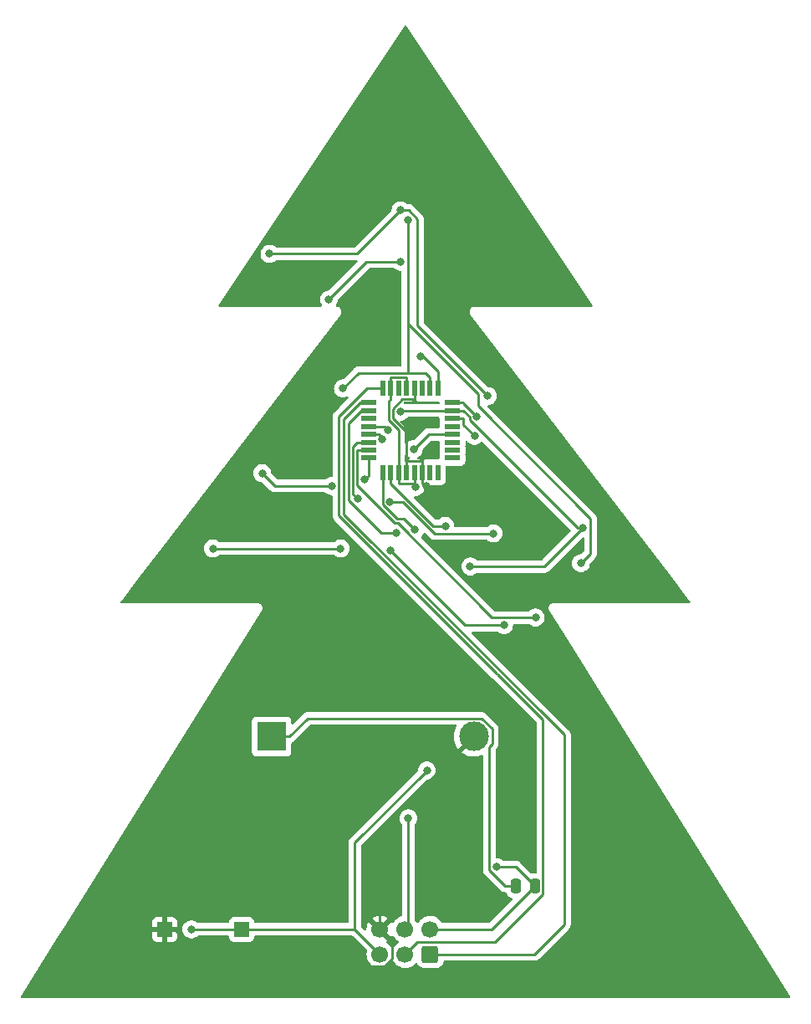
<source format=gbr>
%TF.GenerationSoftware,KiCad,Pcbnew,(6.0.9)*%
%TF.CreationDate,2023-01-09T21:04:10+01:00*%
%TF.ProjectId,christmas_tree,63687269-7374-46d6-9173-5f747265652e,rev?*%
%TF.SameCoordinates,Original*%
%TF.FileFunction,Copper,L2,Bot*%
%TF.FilePolarity,Positive*%
%FSLAX46Y46*%
G04 Gerber Fmt 4.6, Leading zero omitted, Abs format (unit mm)*
G04 Created by KiCad (PCBNEW (6.0.9)) date 2023-01-09 21:04:10*
%MOMM*%
%LPD*%
G01*
G04 APERTURE LIST*
G04 Aperture macros list*
%AMRoundRect*
0 Rectangle with rounded corners*
0 $1 Rounding radius*
0 $2 $3 $4 $5 $6 $7 $8 $9 X,Y pos of 4 corners*
0 Add a 4 corners polygon primitive as box body*
4,1,4,$2,$3,$4,$5,$6,$7,$8,$9,$2,$3,0*
0 Add four circle primitives for the rounded corners*
1,1,$1+$1,$2,$3*
1,1,$1+$1,$4,$5*
1,1,$1+$1,$6,$7*
1,1,$1+$1,$8,$9*
0 Add four rect primitives between the rounded corners*
20,1,$1+$1,$2,$3,$4,$5,0*
20,1,$1+$1,$4,$5,$6,$7,0*
20,1,$1+$1,$6,$7,$8,$9,0*
20,1,$1+$1,$8,$9,$2,$3,0*%
G04 Aperture macros list end*
%TA.AperFunction,SMDPad,CuDef*%
%ADD10R,1.500000X1.500000*%
%TD*%
%TA.AperFunction,ComponentPad*%
%ADD11RoundRect,0.250000X0.600000X-0.600000X0.600000X0.600000X-0.600000X0.600000X-0.600000X-0.600000X0*%
%TD*%
%TA.AperFunction,ComponentPad*%
%ADD12C,1.700000*%
%TD*%
%TA.AperFunction,SMDPad,CuDef*%
%ADD13R,0.550000X1.600000*%
%TD*%
%TA.AperFunction,SMDPad,CuDef*%
%ADD14R,1.600000X0.550000*%
%TD*%
%TA.AperFunction,SMDPad,CuDef*%
%ADD15RoundRect,0.250000X0.250000X0.475000X-0.250000X0.475000X-0.250000X-0.475000X0.250000X-0.475000X0*%
%TD*%
%TA.AperFunction,ComponentPad*%
%ADD16R,3.000000X3.000000*%
%TD*%
%TA.AperFunction,ComponentPad*%
%ADD17C,3.000000*%
%TD*%
%TA.AperFunction,ViaPad*%
%ADD18C,0.800000*%
%TD*%
%TA.AperFunction,Conductor*%
%ADD19C,0.250000*%
%TD*%
G04 APERTURE END LIST*
D10*
%TO.P,SW1,1,1*%
%TO.N,/RESET*%
X145400000Y-138500000D03*
%TO.P,SW1,2,2*%
%TO.N,/GND*%
X137600000Y-138500000D03*
%TD*%
D11*
%TO.P,J2,1,MISO*%
%TO.N,/D12*%
X164500000Y-141040000D03*
D12*
%TO.P,J2,2,VCC*%
%TO.N,/VCC*%
X164500000Y-138500000D03*
%TO.P,J2,3,SCK*%
%TO.N,/D13*%
X161960000Y-141040000D03*
%TO.P,J2,4,MOSI*%
%TO.N,/D11*%
X161960000Y-138500000D03*
%TO.P,J2,5,~{RST}*%
%TO.N,/RESET*%
X159420000Y-141040000D03*
%TO.P,J2,6,GND*%
%TO.N,/GND*%
X159420000Y-138500000D03*
%TD*%
D13*
%TO.P,U1,1,PD3*%
%TO.N,/D3*%
X165300000Y-92250000D03*
%TO.P,U1,2,PD4*%
%TO.N,/D4*%
X164500000Y-92250000D03*
%TO.P,U1,3,GND*%
%TO.N,/GND*%
X163700000Y-92250000D03*
%TO.P,U1,4,VCC*%
%TO.N,/VCC*%
X162900000Y-92250000D03*
%TO.P,U1,5,GND*%
%TO.N,/GND*%
X162100000Y-92250000D03*
%TO.P,U1,6,VCC*%
%TO.N,/VCC*%
X161300000Y-92250000D03*
%TO.P,U1,7,XTAL1/PB6*%
%TO.N,/XTAL1*%
X160500000Y-92250000D03*
%TO.P,U1,8,XTAL2/PB7*%
%TO.N,/XTAL2*%
X159700000Y-92250000D03*
D14*
%TO.P,U1,9,PD5*%
%TO.N,/D5*%
X158250000Y-90800000D03*
%TO.P,U1,10,PD6*%
%TO.N,/D6*%
X158250000Y-90000000D03*
%TO.P,U1,11,PD7*%
%TO.N,/D7*%
X158250000Y-89200000D03*
%TO.P,U1,12,PB0*%
%TO.N,/D8*%
X158250000Y-88400000D03*
%TO.P,U1,13,PB1*%
%TO.N,/D9*%
X158250000Y-87600000D03*
%TO.P,U1,14,PB2*%
%TO.N,/D10*%
X158250000Y-86800000D03*
%TO.P,U1,15,PB3*%
%TO.N,/D11*%
X158250000Y-86000000D03*
%TO.P,U1,16,PB4*%
%TO.N,/D12*%
X158250000Y-85200000D03*
D13*
%TO.P,U1,17,PB5*%
%TO.N,/D13*%
X159700000Y-83750000D03*
%TO.P,U1,18,AVCC*%
%TO.N,/VCC*%
X160500000Y-83750000D03*
%TO.P,U1,19,ADC6*%
%TO.N,/A6*%
X161300000Y-83750000D03*
%TO.P,U1,20,AREF*%
%TO.N,/VCC*%
X162100000Y-83750000D03*
%TO.P,U1,21,GND*%
%TO.N,/GND*%
X162900000Y-83750000D03*
%TO.P,U1,22,ADC7*%
%TO.N,/A7*%
X163700000Y-83750000D03*
%TO.P,U1,23,PC0*%
%TO.N,/A0*%
X164500000Y-83750000D03*
%TO.P,U1,24,PC1*%
%TO.N,/A1*%
X165300000Y-83750000D03*
D14*
%TO.P,U1,25,PC2*%
%TO.N,/A2*%
X166750000Y-85200000D03*
%TO.P,U1,26,PC3*%
%TO.N,/A3*%
X166750000Y-86000000D03*
%TO.P,U1,27,PC4*%
%TO.N,/A4*%
X166750000Y-86800000D03*
%TO.P,U1,28,PC5*%
%TO.N,/A5*%
X166750000Y-87600000D03*
%TO.P,U1,29,~{RESET}/PC6*%
%TO.N,/RESET*%
X166750000Y-88400000D03*
%TO.P,U1,30,PD0*%
%TO.N,/D0*%
X166750000Y-89200000D03*
%TO.P,U1,31,PD1*%
%TO.N,/D1*%
X166750000Y-90000000D03*
%TO.P,U1,32,PD2*%
%TO.N,/D2*%
X166750000Y-90800000D03*
%TD*%
D15*
%TO.P,C1,1*%
%TO.N,/VCC*%
X175100000Y-134100000D03*
%TO.P,C1,2*%
%TO.N,Net-(BT1-Pad1)*%
X173200000Y-134100000D03*
%TD*%
D16*
%TO.P,BT1,1,+*%
%TO.N,Net-(BT1-Pad1)*%
X148425000Y-119000000D03*
D17*
%TO.P,BT1,2,-*%
%TO.N,/GND*%
X168915000Y-119000000D03*
%TD*%
D18*
%TO.N,/GND*%
X164160000Y-93653600D03*
%TO.N,/VCC*%
X163026000Y-93741600D03*
X171200000Y-132200000D03*
%TO.N,Net-(D12-Pad2)*%
X160486000Y-100189000D03*
X171980000Y-107715000D03*
%TO.N,Net-(D13-Pad2)*%
X142497000Y-99955000D03*
X160428000Y-95227600D03*
X155438000Y-99955000D03*
X170905000Y-98435900D03*
%TO.N,Net-(D14-Pad2)*%
X161512000Y-70948900D03*
X154242000Y-74764900D03*
%TO.N,/D11*%
X162297000Y-127270000D03*
X161030000Y-98409400D03*
%TO.N,/RESET*%
X164173000Y-122430000D03*
X140325000Y-138500000D03*
X162832000Y-89902100D03*
%TO.N,/D5*%
X157885000Y-93004000D03*
%TO.N,/D6*%
X175182000Y-106943000D03*
%TO.N,/D7*%
X157155000Y-94938700D03*
%TO.N,/D8*%
X147500000Y-92343900D03*
X154528000Y-93639400D03*
X159661000Y-88870800D03*
%TO.N,/D9*%
X160259000Y-87949200D03*
%TO.N,/XTAL1*%
X166025000Y-97669600D03*
%TO.N,/XTAL2*%
X162960000Y-98089300D03*
%TO.N,/A0*%
X162248000Y-66725300D03*
X179769600Y-101444100D03*
X155672000Y-83757400D03*
%TO.N,/A1*%
X163500000Y-80500000D03*
%TO.N,/A2*%
X169226000Y-86654200D03*
%TO.N,/A3*%
X168564000Y-101780000D03*
X179989000Y-97867200D03*
X161480000Y-86118100D03*
%TO.N,/A4*%
X170335000Y-84522300D03*
X148227000Y-70145500D03*
X161508000Y-65738800D03*
X168992000Y-88559000D03*
%TD*%
D19*
%TO.N,Net-(BT1-Pad1)*%
X170775000Y-119725000D02*
X170775000Y-118234000D01*
X148425000Y-119000000D02*
X150250000Y-119000000D01*
X152103000Y-117147000D02*
X169688000Y-117147000D01*
X170475000Y-132500305D02*
X170475000Y-120025000D01*
X172074695Y-134100000D02*
X170475000Y-132500305D01*
X170475000Y-120025000D02*
X170775000Y-119725000D01*
X169688000Y-117147000D02*
X170775000Y-118234000D01*
X150250000Y-119000000D02*
X152103000Y-117147000D01*
X173200000Y-134100000D02*
X172074695Y-134100000D01*
%TO.N,/GND*%
X162100000Y-92250000D02*
X162100000Y-91124700D01*
X159907000Y-142264000D02*
X160690000Y-141481000D01*
X142439000Y-142264000D02*
X159907000Y-142264000D01*
X161697000Y-84875300D02*
X160755000Y-85817700D01*
X160755000Y-86782500D02*
X162100000Y-88127700D01*
X163700000Y-92250000D02*
X163700000Y-93375300D01*
X160755000Y-85817700D02*
X160755000Y-86782500D01*
X162100000Y-91124700D02*
X163700000Y-91124700D01*
X163882000Y-93375300D02*
X164160000Y-93653600D01*
X138675000Y-138500000D02*
X142439000Y-142264000D01*
X162900000Y-83750000D02*
X162900000Y-84875300D01*
X160690000Y-141481000D02*
X160690000Y-139770000D01*
X168915000Y-119000000D02*
X159420000Y-128495000D01*
X160690000Y-139770000D02*
X159420000Y-138500000D01*
X162900000Y-84875300D02*
X161697000Y-84875300D01*
X159420000Y-128495000D02*
X159420000Y-138500000D01*
X162100000Y-88127700D02*
X162100000Y-91124700D01*
X163700000Y-91124700D02*
X163700000Y-92250000D01*
X137600000Y-138500000D02*
X138675000Y-138500000D01*
X163700000Y-93375300D02*
X163882000Y-93375300D01*
%TO.N,/VCC*%
X160305000Y-86969200D02*
X161300000Y-87964600D01*
X162100000Y-83750000D02*
X162100000Y-82624700D01*
X162900000Y-93615400D02*
X163026000Y-93741600D01*
X162100000Y-82624700D02*
X160500000Y-82624700D01*
X160500000Y-83750000D02*
X160500000Y-84875300D01*
X160500000Y-82624700D02*
X160500000Y-83750000D01*
X161300000Y-87964600D02*
X161300000Y-92250000D01*
X170700000Y-138500000D02*
X164500000Y-138500000D01*
X162900000Y-93375300D02*
X162900000Y-93615400D01*
X173200000Y-132200000D02*
X171200000Y-132200000D01*
X161300000Y-93375300D02*
X162900000Y-93375300D01*
X175100000Y-134100000D02*
X170700000Y-138500000D01*
X161300000Y-92250000D02*
X161300000Y-93375300D01*
X160304000Y-86969200D02*
X160305000Y-86969200D01*
X160304000Y-85070800D02*
X160304000Y-86969200D01*
X160500000Y-84875300D02*
X160304000Y-85070800D01*
X162900000Y-92250000D02*
X162900000Y-93375300D01*
X175100000Y-134100000D02*
X173200000Y-132200000D01*
%TO.N,Net-(D12-Pad2)*%
X168011000Y-107715000D02*
X171980000Y-107715000D01*
X160486000Y-100189000D02*
X168011000Y-107715000D01*
%TO.N,Net-(D13-Pad2)*%
X170905000Y-98435900D02*
X164924000Y-98435900D01*
X164924000Y-98435900D02*
X161715000Y-95227600D01*
X155438000Y-99955000D02*
X142497000Y-99955000D01*
X161715000Y-95227600D02*
X160428000Y-95227600D01*
%TO.N,Net-(D14-Pad2)*%
X158058000Y-70948900D02*
X154242000Y-74764900D01*
X161512000Y-70948900D02*
X158058000Y-70948900D01*
%TO.N,/D12*%
X155766000Y-96495500D02*
X178100000Y-118829500D01*
X175060000Y-141040000D02*
X164500000Y-141040000D01*
X157432000Y-85200000D02*
X155766000Y-86865700D01*
X158250000Y-85200000D02*
X157432000Y-85200000D01*
X178100000Y-118829500D02*
X178100000Y-138000000D01*
X155766000Y-86865700D02*
X155766000Y-96495500D01*
X178100000Y-138000000D02*
X175060000Y-141040000D01*
%TO.N,/D13*%
X155268000Y-96634600D02*
X171253000Y-112619000D01*
X155268000Y-86607700D02*
X155268000Y-96634600D01*
X175925000Y-134975000D02*
X171100000Y-139800000D01*
X171317052Y-112682948D02*
X175925000Y-117290896D01*
X171100000Y-139800000D02*
X163200000Y-139800000D01*
X159700000Y-83750000D02*
X158126000Y-83750000D01*
X163200000Y-139800000D02*
X161960000Y-141040000D01*
X158126000Y-83750000D02*
X155268000Y-86607700D01*
X175925000Y-117290896D02*
X175925000Y-134975000D01*
%TO.N,/D11*%
X161960000Y-138500000D02*
X162297000Y-138163000D01*
X156218000Y-95056400D02*
X159571000Y-98409400D01*
X157514000Y-86000000D02*
X156218000Y-87295800D01*
X156218000Y-87295800D02*
X156218000Y-95056400D01*
X159571000Y-98409400D02*
X161030000Y-98409400D01*
X158250000Y-86000000D02*
X157514000Y-86000000D01*
X162297000Y-138163000D02*
X162297000Y-127270000D01*
%TO.N,/RESET*%
X166750000Y-88400000D02*
X164335000Y-88400000D01*
X156880000Y-138500000D02*
X145400000Y-138500000D01*
X156880000Y-129723000D02*
X164173000Y-122430000D01*
X156880000Y-138500000D02*
X156880000Y-129723000D01*
X145400000Y-138500000D02*
X140325000Y-138500000D01*
X159420000Y-141040000D02*
X156880000Y-138500000D01*
X164335000Y-88400000D02*
X162832000Y-89902100D01*
%TO.N,/D5*%
X158250000Y-90800000D02*
X158250000Y-92638800D01*
X158250000Y-92638800D02*
X157885000Y-93004000D01*
%TO.N,/D6*%
X160942000Y-97404400D02*
X161216000Y-97404400D01*
X157125000Y-93586900D02*
X160942000Y-97404400D01*
X161216000Y-97404400D02*
X170755000Y-106943000D01*
X158250000Y-90000000D02*
X157125000Y-90000000D01*
X157125000Y-90000000D02*
X157125000Y-93586900D01*
X170755000Y-106943000D02*
X175182000Y-106943000D01*
%TO.N,/D7*%
X158250000Y-89200000D02*
X157125000Y-89200000D01*
X156674000Y-94458100D02*
X157155000Y-94938700D01*
X157125000Y-89200000D02*
X156674000Y-89650300D01*
X156674000Y-89650300D02*
X156674000Y-94458100D01*
%TO.N,/D8*%
X154528000Y-93639400D02*
X148796000Y-93639400D01*
X158250000Y-88400000D02*
X159375000Y-88400000D01*
X148796000Y-93639400D02*
X147500000Y-92343900D01*
X159375000Y-88400000D02*
X159375000Y-88585100D01*
X159375000Y-88585100D02*
X159661000Y-88870800D01*
%TO.N,/D9*%
X159910000Y-87600000D02*
X160259000Y-87949200D01*
X158250000Y-87600000D02*
X159910000Y-87600000D01*
%TO.N,/XTAL1*%
X166025000Y-97669600D02*
X164794000Y-97669600D01*
X160500000Y-93375300D02*
X160500000Y-92250000D01*
X164794000Y-97669600D02*
X160500000Y-93375300D01*
%TO.N,/XTAL2*%
X159700000Y-95525300D02*
X161129000Y-96954100D01*
X159700000Y-92250000D02*
X159700000Y-95525300D01*
X161825000Y-96954100D02*
X162960000Y-98089300D01*
X161129000Y-96954100D02*
X161825000Y-96954100D01*
%TO.N,/A0*%
X162248000Y-77217100D02*
X162248000Y-66725300D01*
X169332400Y-84301500D02*
X169332400Y-85527900D01*
X162248000Y-82174400D02*
X162248000Y-77217100D01*
X162248000Y-82174400D02*
X157256000Y-82174400D01*
X164500000Y-83750000D02*
X164500000Y-82624700D01*
X162248000Y-77217100D02*
X169332400Y-84301500D01*
X180747800Y-100465900D02*
X179769600Y-101444100D01*
X164500000Y-82624700D02*
X164050000Y-82174400D01*
X164050000Y-82174400D02*
X162248000Y-82174400D01*
X157256000Y-82174400D02*
X155672000Y-83757400D01*
X180747800Y-96943300D02*
X180747800Y-100465900D01*
X169332400Y-85527900D02*
X180747800Y-96943300D01*
%TO.N,/A1*%
X163500000Y-80500000D02*
X163755000Y-80500000D01*
X165300000Y-82045000D02*
X165300000Y-83750000D01*
X163755000Y-80500000D02*
X165300000Y-82045000D01*
%TO.N,/A2*%
X166750000Y-85200000D02*
X167875000Y-85200000D01*
X167875000Y-85200000D02*
X167875000Y-85303200D01*
X167875000Y-85303200D02*
X169226000Y-86654200D01*
%TO.N,/A3*%
X166750000Y-86000000D02*
X161598000Y-86000000D01*
X179414000Y-97867200D02*
X179989000Y-97867200D01*
X167875000Y-86000000D02*
X168501000Y-86625700D01*
X179989000Y-97867200D02*
X176076000Y-101780000D01*
X168501000Y-86954600D02*
X179414000Y-97867200D01*
X168501000Y-86625700D02*
X168501000Y-86954600D01*
X176076000Y-101780000D02*
X168564000Y-101780000D01*
X161598000Y-86000000D02*
X161480000Y-86118100D01*
X166750000Y-86000000D02*
X167875000Y-86000000D01*
%TO.N,/A4*%
X161508000Y-65738800D02*
X162316000Y-65738800D01*
X167875000Y-87442400D02*
X168992000Y-88559000D01*
X162316000Y-65738800D02*
X163206000Y-66628500D01*
X157101000Y-70145500D02*
X148227000Y-70145500D01*
X163206000Y-77392900D02*
X170335000Y-84522300D01*
X161508000Y-65738800D02*
X157101000Y-70145500D01*
X163206000Y-66628500D02*
X163206000Y-77392900D01*
X166750000Y-86800000D02*
X167875000Y-86800000D01*
X167875000Y-86800000D02*
X167875000Y-87442400D01*
%TD*%
%TA.AperFunction,Conductor*%
%TO.N,/GND*%
G36*
X162084101Y-47050035D02*
G01*
X162104838Y-47073968D01*
X180919264Y-75295608D01*
X180940408Y-75363383D01*
X180921554Y-75431830D01*
X180868687Y-75479218D01*
X180814426Y-75491500D01*
X169065623Y-75491500D01*
X169044822Y-75489355D01*
X169041256Y-75489129D01*
X169032471Y-75487298D01*
X169023525Y-75488006D01*
X169023522Y-75488006D01*
X168984352Y-75491107D01*
X168974409Y-75491500D01*
X168963487Y-75491500D01*
X168959046Y-75492136D01*
X168947772Y-75493750D01*
X168939855Y-75494629D01*
X168924609Y-75495836D01*
X168887267Y-75498792D01*
X168878874Y-75501985D01*
X168871736Y-75503590D01*
X168864701Y-75505647D01*
X168855813Y-75506920D01*
X168847644Y-75510634D01*
X168847638Y-75510636D01*
X168807779Y-75528759D01*
X168800425Y-75531826D01*
X168759521Y-75547385D01*
X168759518Y-75547387D01*
X168751126Y-75550579D01*
X168743967Y-75555999D01*
X168737558Y-75559548D01*
X168731391Y-75563492D01*
X168723218Y-75567208D01*
X168716416Y-75573069D01*
X168683249Y-75601648D01*
X168677072Y-75606639D01*
X168634992Y-75638494D01*
X168629640Y-75645707D01*
X168624482Y-75650915D01*
X168619672Y-75656429D01*
X168612873Y-75662287D01*
X168607993Y-75669816D01*
X168607992Y-75669817D01*
X168584173Y-75706565D01*
X168579641Y-75713095D01*
X168548201Y-75755470D01*
X168545091Y-75763890D01*
X168541597Y-75770345D01*
X168538529Y-75776985D01*
X168533648Y-75784515D01*
X168531077Y-75793112D01*
X168518532Y-75835059D01*
X168516009Y-75842615D01*
X168500838Y-75883685D01*
X168500837Y-75883691D01*
X168497729Y-75892104D01*
X168497107Y-75901054D01*
X168495571Y-75908205D01*
X168494486Y-75915466D01*
X168491914Y-75924066D01*
X168491859Y-75933040D01*
X168491859Y-75933041D01*
X168491591Y-75976827D01*
X168491290Y-75984786D01*
X168488547Y-76024276D01*
X168487635Y-76037411D01*
X168489551Y-76046179D01*
X168490085Y-76053492D01*
X168491079Y-76060746D01*
X168491024Y-76069721D01*
X168499140Y-76098118D01*
X168505524Y-76120455D01*
X168507470Y-76128181D01*
X168518730Y-76179711D01*
X168523033Y-76187594D01*
X168525597Y-76194461D01*
X168528584Y-76201140D01*
X168531051Y-76209771D01*
X168559212Y-76254405D01*
X168563226Y-76261236D01*
X168572349Y-76277950D01*
X168575315Y-76281819D01*
X168575319Y-76281825D01*
X168578568Y-76286063D01*
X168585128Y-76295479D01*
X168608776Y-76332958D01*
X168617418Y-76340591D01*
X168634002Y-76358367D01*
X188820438Y-102688500D01*
X190814031Y-105288838D01*
X190839604Y-105355069D01*
X190825311Y-105424611D01*
X190775688Y-105475387D01*
X190714037Y-105491500D01*
X177007733Y-105491500D01*
X177005655Y-105491483D01*
X176944540Y-105490475D01*
X176935565Y-105490327D01*
X176926911Y-105492703D01*
X176926907Y-105492704D01*
X176903853Y-105499035D01*
X176888352Y-105502260D01*
X176885291Y-105502698D01*
X176855813Y-105506920D01*
X176847636Y-105510638D01*
X176835458Y-105516175D01*
X176816672Y-105522977D01*
X176803762Y-105526522D01*
X176803760Y-105526523D01*
X176795107Y-105528899D01*
X176787469Y-105533608D01*
X176787467Y-105533609D01*
X176767120Y-105546154D01*
X176753145Y-105553601D01*
X176723218Y-105567208D01*
X176716422Y-105573064D01*
X176716419Y-105573066D01*
X176706284Y-105581800D01*
X176690158Y-105593604D01*
X176671120Y-105605341D01*
X176665111Y-105612004D01*
X176649098Y-105629760D01*
X176637778Y-105640827D01*
X176619673Y-105656427D01*
X176619671Y-105656429D01*
X176612873Y-105662287D01*
X176607991Y-105669818D01*
X176607990Y-105669820D01*
X176600710Y-105681052D01*
X176588551Y-105696900D01*
X176573572Y-105713510D01*
X176562385Y-105736709D01*
X176559291Y-105743124D01*
X176551537Y-105756915D01*
X176533648Y-105784515D01*
X176531076Y-105793117D01*
X176531074Y-105793120D01*
X176527239Y-105805945D01*
X176520015Y-105824572D01*
X176510304Y-105844710D01*
X176508832Y-105853561D01*
X176508831Y-105853563D01*
X176504909Y-105877142D01*
X176501334Y-105892567D01*
X176491914Y-105924066D01*
X176491859Y-105933044D01*
X176491859Y-105933045D01*
X176491777Y-105946438D01*
X176490071Y-105966340D01*
X176489035Y-105972573D01*
X176486403Y-105988393D01*
X176490327Y-106021032D01*
X176491225Y-106036826D01*
X176491024Y-106069721D01*
X176497171Y-106091230D01*
X176501120Y-106110810D01*
X176502717Y-106124097D01*
X176502718Y-106124101D01*
X176503789Y-106133009D01*
X176507319Y-106141263D01*
X176516717Y-106163240D01*
X176522016Y-106178160D01*
X176531051Y-106209771D01*
X176574293Y-106278306D01*
X177898945Y-108397749D01*
X200962052Y-145298720D01*
X200981194Y-145367087D01*
X200960335Y-145434951D01*
X200906098Y-145480764D01*
X200855204Y-145491500D01*
X123144796Y-145491500D01*
X123076675Y-145471498D01*
X123030182Y-145417842D01*
X123020078Y-145347568D01*
X123037948Y-145298720D01*
X126790480Y-139294669D01*
X136342001Y-139294669D01*
X136342371Y-139301490D01*
X136347895Y-139352352D01*
X136351521Y-139367604D01*
X136396676Y-139488054D01*
X136405214Y-139503649D01*
X136481715Y-139605724D01*
X136494276Y-139618285D01*
X136596351Y-139694786D01*
X136611946Y-139703324D01*
X136732394Y-139748478D01*
X136747649Y-139752105D01*
X136798514Y-139757631D01*
X136805328Y-139758000D01*
X137327885Y-139758000D01*
X137343124Y-139753525D01*
X137344329Y-139752135D01*
X137346000Y-139744452D01*
X137346000Y-139739884D01*
X137854000Y-139739884D01*
X137858475Y-139755123D01*
X137859865Y-139756328D01*
X137867548Y-139757999D01*
X138394669Y-139757999D01*
X138401490Y-139757629D01*
X138452352Y-139752105D01*
X138467604Y-139748479D01*
X138588054Y-139703324D01*
X138603649Y-139694786D01*
X138705724Y-139618285D01*
X138718285Y-139605724D01*
X138794786Y-139503649D01*
X138803324Y-139488054D01*
X138848478Y-139367606D01*
X138852105Y-139352351D01*
X138857631Y-139301486D01*
X138858000Y-139294672D01*
X138858000Y-138772115D01*
X138853525Y-138756876D01*
X138852135Y-138755671D01*
X138844452Y-138754000D01*
X137872115Y-138754000D01*
X137856876Y-138758475D01*
X137855671Y-138759865D01*
X137854000Y-138767548D01*
X137854000Y-139739884D01*
X137346000Y-139739884D01*
X137346000Y-138772115D01*
X137341525Y-138756876D01*
X137340135Y-138755671D01*
X137332452Y-138754000D01*
X136360116Y-138754000D01*
X136344877Y-138758475D01*
X136343672Y-138759865D01*
X136342001Y-138767548D01*
X136342001Y-139294669D01*
X126790480Y-139294669D01*
X127457220Y-138227885D01*
X136342000Y-138227885D01*
X136346475Y-138243124D01*
X136347865Y-138244329D01*
X136355548Y-138246000D01*
X137327885Y-138246000D01*
X137343124Y-138241525D01*
X137344329Y-138240135D01*
X137346000Y-138232452D01*
X137346000Y-138227885D01*
X137854000Y-138227885D01*
X137858475Y-138243124D01*
X137859865Y-138244329D01*
X137867548Y-138246000D01*
X138839884Y-138246000D01*
X138855123Y-138241525D01*
X138856328Y-138240135D01*
X138857999Y-138232452D01*
X138857999Y-137705331D01*
X138857629Y-137698510D01*
X138852105Y-137647648D01*
X138848479Y-137632396D01*
X138803324Y-137511946D01*
X138794786Y-137496351D01*
X138718285Y-137394276D01*
X138705724Y-137381715D01*
X138603649Y-137305214D01*
X138588054Y-137296676D01*
X138467606Y-137251522D01*
X138452351Y-137247895D01*
X138401486Y-137242369D01*
X138394672Y-137242000D01*
X137872115Y-137242000D01*
X137856876Y-137246475D01*
X137855671Y-137247865D01*
X137854000Y-137255548D01*
X137854000Y-138227885D01*
X137346000Y-138227885D01*
X137346000Y-137260116D01*
X137341525Y-137244877D01*
X137340135Y-137243672D01*
X137332452Y-137242001D01*
X136805331Y-137242001D01*
X136798510Y-137242371D01*
X136747648Y-137247895D01*
X136732396Y-137251521D01*
X136611946Y-137296676D01*
X136596351Y-137305214D01*
X136494276Y-137381715D01*
X136481715Y-137394276D01*
X136405214Y-137496351D01*
X136396676Y-137511946D01*
X136351522Y-137632394D01*
X136347895Y-137647649D01*
X136342369Y-137698514D01*
X136342000Y-137705328D01*
X136342000Y-138227885D01*
X127457220Y-138227885D01*
X147427142Y-106276010D01*
X147428257Y-106274259D01*
X147447527Y-106244529D01*
X147466352Y-106215485D01*
X147468924Y-106206883D01*
X147468926Y-106206880D01*
X147475772Y-106183987D01*
X147481253Y-106169131D01*
X147490920Y-106147270D01*
X147494550Y-106139061D01*
X147495730Y-106130166D01*
X147495731Y-106130162D01*
X147497490Y-106116896D01*
X147501679Y-106097360D01*
X147505515Y-106084534D01*
X147505516Y-106084529D01*
X147508086Y-106075934D01*
X147508287Y-106043053D01*
X147509379Y-106027257D01*
X147512521Y-106003569D01*
X147512521Y-106003565D01*
X147513701Y-105994668D01*
X147510302Y-105972569D01*
X147508839Y-105952644D01*
X147508921Y-105939252D01*
X147508976Y-105930279D01*
X147499940Y-105898664D01*
X147496555Y-105883199D01*
X147492922Y-105859574D01*
X147492921Y-105859569D01*
X147491557Y-105850704D01*
X147487758Y-105842574D01*
X147487757Y-105842570D01*
X147482088Y-105830437D01*
X147475093Y-105811727D01*
X147468949Y-105790229D01*
X147460591Y-105776981D01*
X147451412Y-105762434D01*
X147443821Y-105748540D01*
X147441290Y-105743124D01*
X147429897Y-105718741D01*
X147415123Y-105701950D01*
X147403158Y-105685957D01*
X147391224Y-105667042D01*
X147366585Y-105645282D01*
X147355398Y-105634074D01*
X147339608Y-105616129D01*
X147339606Y-105616127D01*
X147333677Y-105609389D01*
X147314779Y-105597416D01*
X147298808Y-105585423D01*
X147288776Y-105576563D01*
X147282049Y-105570622D01*
X147252286Y-105556648D01*
X147238421Y-105549040D01*
X147210634Y-105531437D01*
X147202008Y-105528955D01*
X147202002Y-105528952D01*
X147189139Y-105525251D01*
X147170444Y-105518224D01*
X147150200Y-105508719D01*
X147117716Y-105503661D01*
X147102254Y-105500246D01*
X147079284Y-105493635D01*
X147079278Y-105493634D01*
X147070657Y-105491153D01*
X147061686Y-105491191D01*
X147061684Y-105491191D01*
X146989633Y-105491499D01*
X146989095Y-105491500D01*
X133285963Y-105491500D01*
X133217842Y-105471498D01*
X133171349Y-105417842D01*
X133161245Y-105347568D01*
X133185969Y-105288838D01*
X135180614Y-102687128D01*
X137275246Y-99955000D01*
X141583496Y-99955000D01*
X141603458Y-100144928D01*
X141662473Y-100326556D01*
X141757960Y-100491944D01*
X141762378Y-100496851D01*
X141762379Y-100496852D01*
X141862909Y-100608502D01*
X141885747Y-100633866D01*
X142040248Y-100746118D01*
X142046276Y-100748802D01*
X142046278Y-100748803D01*
X142208681Y-100821109D01*
X142214712Y-100823794D01*
X142296699Y-100841221D01*
X142395056Y-100862128D01*
X142395061Y-100862128D01*
X142401513Y-100863500D01*
X142592487Y-100863500D01*
X142598939Y-100862128D01*
X142598944Y-100862128D01*
X142697301Y-100841221D01*
X142779288Y-100823794D01*
X142785319Y-100821109D01*
X142947722Y-100748803D01*
X142947724Y-100748802D01*
X142953752Y-100746118D01*
X143015907Y-100700960D01*
X143094243Y-100644045D01*
X143108253Y-100633866D01*
X143112668Y-100628963D01*
X143117580Y-100624540D01*
X143118705Y-100625789D01*
X143172014Y-100592949D01*
X143205200Y-100588500D01*
X154729800Y-100588500D01*
X154797921Y-100608502D01*
X154817147Y-100624843D01*
X154817420Y-100624540D01*
X154822332Y-100628963D01*
X154826747Y-100633866D01*
X154840757Y-100644045D01*
X154919094Y-100700960D01*
X154981248Y-100746118D01*
X154987276Y-100748802D01*
X154987278Y-100748803D01*
X155149681Y-100821109D01*
X155155712Y-100823794D01*
X155237699Y-100841221D01*
X155336056Y-100862128D01*
X155336061Y-100862128D01*
X155342513Y-100863500D01*
X155533487Y-100863500D01*
X155539939Y-100862128D01*
X155539944Y-100862128D01*
X155638301Y-100841221D01*
X155720288Y-100823794D01*
X155726319Y-100821109D01*
X155888722Y-100748803D01*
X155888724Y-100748802D01*
X155894752Y-100746118D01*
X156049253Y-100633866D01*
X156072091Y-100608502D01*
X156172621Y-100496852D01*
X156172622Y-100496851D01*
X156177040Y-100491944D01*
X156272527Y-100326556D01*
X156331542Y-100144928D01*
X156351504Y-99955000D01*
X156337707Y-99823729D01*
X156332232Y-99771635D01*
X156332232Y-99771633D01*
X156331542Y-99765072D01*
X156272527Y-99583444D01*
X156177040Y-99418056D01*
X156049253Y-99276134D01*
X155950157Y-99204136D01*
X155900094Y-99167763D01*
X155900093Y-99167762D01*
X155894752Y-99163882D01*
X155888724Y-99161198D01*
X155888722Y-99161197D01*
X155726319Y-99088891D01*
X155726318Y-99088891D01*
X155720288Y-99086206D01*
X155610652Y-99062902D01*
X155539944Y-99047872D01*
X155539939Y-99047872D01*
X155533487Y-99046500D01*
X155342513Y-99046500D01*
X155336061Y-99047872D01*
X155336056Y-99047872D01*
X155265348Y-99062902D01*
X155155712Y-99086206D01*
X155149682Y-99088891D01*
X155149681Y-99088891D01*
X154987278Y-99161197D01*
X154987276Y-99161198D01*
X154981248Y-99163882D01*
X154975907Y-99167762D01*
X154975906Y-99167763D01*
X154860774Y-99251412D01*
X154826747Y-99276134D01*
X154822332Y-99281037D01*
X154817420Y-99285460D01*
X154816295Y-99284211D01*
X154762986Y-99317051D01*
X154729800Y-99321500D01*
X143205200Y-99321500D01*
X143137079Y-99301498D01*
X143117853Y-99285157D01*
X143117580Y-99285460D01*
X143112668Y-99281037D01*
X143108253Y-99276134D01*
X143074226Y-99251412D01*
X142959094Y-99167763D01*
X142959093Y-99167762D01*
X142953752Y-99163882D01*
X142947724Y-99161198D01*
X142947722Y-99161197D01*
X142785319Y-99088891D01*
X142785318Y-99088891D01*
X142779288Y-99086206D01*
X142669652Y-99062902D01*
X142598944Y-99047872D01*
X142598939Y-99047872D01*
X142592487Y-99046500D01*
X142401513Y-99046500D01*
X142395061Y-99047872D01*
X142395056Y-99047872D01*
X142324348Y-99062902D01*
X142214712Y-99086206D01*
X142208682Y-99088891D01*
X142208681Y-99088891D01*
X142046278Y-99161197D01*
X142046276Y-99161198D01*
X142040248Y-99163882D01*
X142034907Y-99167762D01*
X142034906Y-99167763D01*
X141984843Y-99204136D01*
X141885747Y-99276134D01*
X141757960Y-99418056D01*
X141662473Y-99583444D01*
X141603458Y-99765072D01*
X141602768Y-99771633D01*
X141602768Y-99771635D01*
X141597293Y-99823729D01*
X141583496Y-99955000D01*
X137275246Y-99955000D01*
X155363622Y-76361466D01*
X155377965Y-76346280D01*
X155380327Y-76343573D01*
X155387127Y-76337713D01*
X155413379Y-76297212D01*
X155419115Y-76289085D01*
X155423035Y-76283971D01*
X155423036Y-76283969D01*
X155425764Y-76280411D01*
X155433538Y-76266572D01*
X155437652Y-76259763D01*
X155461469Y-76223018D01*
X155466352Y-76215485D01*
X155468924Y-76206886D01*
X155471994Y-76200241D01*
X155474644Y-76193401D01*
X155479039Y-76185578D01*
X155482426Y-76170940D01*
X155490930Y-76134179D01*
X155492970Y-76126478D01*
X155493627Y-76124282D01*
X155508086Y-76075934D01*
X155508141Y-76066955D01*
X155509223Y-76059715D01*
X155509846Y-76052415D01*
X155511869Y-76043669D01*
X155508857Y-75991011D01*
X155508653Y-75983054D01*
X155508921Y-75939253D01*
X155508976Y-75930279D01*
X155506509Y-75921646D01*
X155505517Y-75914408D01*
X155504064Y-75907216D01*
X155503551Y-75898249D01*
X155485875Y-75848539D01*
X155483447Y-75840957D01*
X155471416Y-75798861D01*
X155468949Y-75790229D01*
X155464159Y-75782638D01*
X155461165Y-75775943D01*
X155457760Y-75769465D01*
X155454753Y-75761008D01*
X155423820Y-75718234D01*
X155419384Y-75711673D01*
X155391224Y-75667042D01*
X155384495Y-75661099D01*
X155379748Y-75655521D01*
X155374656Y-75650252D01*
X155369397Y-75642981D01*
X155327729Y-75610629D01*
X155321594Y-75605547D01*
X155288779Y-75576566D01*
X155282049Y-75570622D01*
X155273921Y-75566806D01*
X155267801Y-75562786D01*
X155261439Y-75559161D01*
X155254346Y-75553653D01*
X155245994Y-75550359D01*
X155245991Y-75550357D01*
X155205266Y-75534293D01*
X155197951Y-75531138D01*
X155158322Y-75512532D01*
X155158320Y-75512531D01*
X155150200Y-75508719D01*
X155141331Y-75507338D01*
X155134325Y-75505196D01*
X155127198Y-75503501D01*
X155118848Y-75500208D01*
X155109913Y-75499391D01*
X155109910Y-75499390D01*
X155088526Y-75497434D01*
X155074448Y-75496147D01*
X155008434Y-75470024D01*
X154967021Y-75412356D01*
X154963360Y-75341454D01*
X154981467Y-75302091D01*
X154981040Y-75301844D01*
X154983700Y-75297237D01*
X154983701Y-75297236D01*
X154984641Y-75295608D01*
X155073223Y-75142179D01*
X155073224Y-75142178D01*
X155076527Y-75136456D01*
X155135542Y-74954828D01*
X155152907Y-74789606D01*
X155179920Y-74723950D01*
X155189122Y-74713682D01*
X158283500Y-71619305D01*
X158345812Y-71585279D01*
X158372595Y-71582400D01*
X160803800Y-71582400D01*
X160871921Y-71602402D01*
X160891147Y-71618743D01*
X160891420Y-71618440D01*
X160896332Y-71622863D01*
X160900747Y-71627766D01*
X161055248Y-71740018D01*
X161061276Y-71742702D01*
X161061278Y-71742703D01*
X161223681Y-71815009D01*
X161229712Y-71817694D01*
X161323113Y-71837547D01*
X161410056Y-71856028D01*
X161410061Y-71856028D01*
X161416513Y-71857400D01*
X161488500Y-71857400D01*
X161556621Y-71877402D01*
X161603114Y-71931058D01*
X161614500Y-71983400D01*
X161614500Y-77138333D01*
X161613973Y-77149516D01*
X161612298Y-77157009D01*
X161612547Y-77164935D01*
X161612547Y-77164936D01*
X161614438Y-77225086D01*
X161614500Y-77229045D01*
X161614500Y-81414900D01*
X161594498Y-81483021D01*
X161540842Y-81529514D01*
X161488500Y-81540900D01*
X157334748Y-81540900D01*
X157323710Y-81540378D01*
X157316292Y-81538717D01*
X157249599Y-81540792D01*
X157248095Y-81540839D01*
X157244176Y-81540900D01*
X157216144Y-81540900D01*
X157212214Y-81541396D01*
X157212077Y-81541405D01*
X157200391Y-81542323D01*
X157181143Y-81542922D01*
X157164234Y-81543448D01*
X157164231Y-81543449D01*
X157156310Y-81543695D01*
X157148700Y-81545903D01*
X157148696Y-81545904D01*
X157140785Y-81548200D01*
X157136738Y-81549375D01*
X157117426Y-81553371D01*
X157097203Y-81555926D01*
X157077078Y-81563894D01*
X157056207Y-81572157D01*
X157044939Y-81576013D01*
X157002592Y-81588302D01*
X156995770Y-81592334D01*
X156995765Y-81592336D01*
X156985055Y-81598666D01*
X156967328Y-81607348D01*
X156948383Y-81614848D01*
X156941972Y-81619506D01*
X156941970Y-81619507D01*
X156912713Y-81640764D01*
X156902756Y-81647302D01*
X156871623Y-81665700D01*
X156871617Y-81665704D01*
X156864797Y-81669735D01*
X156859193Y-81675336D01*
X156859190Y-81675338D01*
X156850386Y-81684137D01*
X156835379Y-81696950D01*
X156825308Y-81704267D01*
X156818893Y-81708928D01*
X156813840Y-81715036D01*
X156813839Y-81715037D01*
X156790786Y-81742903D01*
X156782769Y-81751711D01*
X155721786Y-82812024D01*
X155659463Y-82846029D01*
X155632719Y-82848900D01*
X155576513Y-82848900D01*
X155570061Y-82850272D01*
X155570056Y-82850272D01*
X155483112Y-82868753D01*
X155389712Y-82888606D01*
X155383682Y-82891291D01*
X155383681Y-82891291D01*
X155221278Y-82963597D01*
X155221276Y-82963598D01*
X155215248Y-82966282D01*
X155060747Y-83078534D01*
X155056326Y-83083444D01*
X155056325Y-83083445D01*
X154955782Y-83195110D01*
X154932960Y-83220456D01*
X154837473Y-83385844D01*
X154778458Y-83567472D01*
X154777768Y-83574033D01*
X154777768Y-83574035D01*
X154769133Y-83656191D01*
X154758496Y-83757400D01*
X154759186Y-83763965D01*
X154768055Y-83848345D01*
X154778458Y-83947328D01*
X154837473Y-84128956D01*
X154932960Y-84294344D01*
X154937378Y-84299251D01*
X154937379Y-84299252D01*
X155056325Y-84431355D01*
X155060747Y-84436266D01*
X155215248Y-84548518D01*
X155221276Y-84551202D01*
X155221278Y-84551203D01*
X155367027Y-84616094D01*
X155389712Y-84626194D01*
X155483113Y-84646047D01*
X155570056Y-84664528D01*
X155570061Y-84664528D01*
X155576513Y-84665900D01*
X155767487Y-84665900D01*
X155773939Y-84664528D01*
X155773944Y-84664528D01*
X155860887Y-84646047D01*
X155954288Y-84626194D01*
X155990385Y-84610123D01*
X156053267Y-84582126D01*
X156123634Y-84572692D01*
X156187931Y-84602799D01*
X156225745Y-84662888D01*
X156225069Y-84733881D01*
X156193608Y-84786332D01*
X155334421Y-85645428D01*
X154875770Y-86104031D01*
X154867472Y-86111581D01*
X154860982Y-86115700D01*
X154814386Y-86165320D01*
X154811631Y-86168163D01*
X154791887Y-86187905D01*
X154789460Y-86191033D01*
X154789448Y-86191047D01*
X154789390Y-86191122D01*
X154781688Y-86200140D01*
X154751414Y-86232379D01*
X154747598Y-86239321D01*
X154741666Y-86250111D01*
X154730809Y-86266638D01*
X154718403Y-86282630D01*
X154715255Y-86289904D01*
X154700833Y-86323226D01*
X154695614Y-86333878D01*
X154674305Y-86372640D01*
X154672334Y-86380317D01*
X154672332Y-86380322D01*
X154669273Y-86392238D01*
X154662866Y-86410952D01*
X154654828Y-86429523D01*
X154653588Y-86437351D01*
X154647905Y-86473218D01*
X154645502Y-86484821D01*
X154634500Y-86527670D01*
X154634500Y-86547902D01*
X154632948Y-86567619D01*
X154629781Y-86587609D01*
X154630527Y-86595505D01*
X154633941Y-86631641D01*
X154634500Y-86643492D01*
X154634500Y-92604900D01*
X154614498Y-92673021D01*
X154560842Y-92719514D01*
X154508500Y-92730900D01*
X154432513Y-92730900D01*
X154426061Y-92732272D01*
X154426056Y-92732272D01*
X154339113Y-92750753D01*
X154245712Y-92770606D01*
X154239682Y-92773291D01*
X154239681Y-92773291D01*
X154077278Y-92845597D01*
X154077276Y-92845598D01*
X154071248Y-92848282D01*
X154065907Y-92852162D01*
X154065906Y-92852163D01*
X154026430Y-92880844D01*
X153916747Y-92960534D01*
X153912332Y-92965437D01*
X153907420Y-92969860D01*
X153906295Y-92968611D01*
X153852986Y-93001451D01*
X153819800Y-93005900D01*
X149110510Y-93005900D01*
X149042389Y-92985898D01*
X149021432Y-92969013D01*
X148447117Y-92394920D01*
X148413080Y-92332614D01*
X148410885Y-92318978D01*
X148394232Y-92160535D01*
X148394232Y-92160533D01*
X148393542Y-92153972D01*
X148334527Y-91972344D01*
X148239040Y-91806956D01*
X148111253Y-91665034D01*
X147956752Y-91552782D01*
X147950724Y-91550098D01*
X147950722Y-91550097D01*
X147788319Y-91477791D01*
X147788318Y-91477791D01*
X147782288Y-91475106D01*
X147688888Y-91455253D01*
X147601944Y-91436772D01*
X147601939Y-91436772D01*
X147595487Y-91435400D01*
X147404513Y-91435400D01*
X147398061Y-91436772D01*
X147398056Y-91436772D01*
X147311112Y-91455253D01*
X147217712Y-91475106D01*
X147211682Y-91477791D01*
X147211681Y-91477791D01*
X147049278Y-91550097D01*
X147049276Y-91550098D01*
X147043248Y-91552782D01*
X146888747Y-91665034D01*
X146760960Y-91806956D01*
X146665473Y-91972344D01*
X146606458Y-92153972D01*
X146586496Y-92343900D01*
X146606458Y-92533828D01*
X146665473Y-92715456D01*
X146668776Y-92721178D01*
X146668777Y-92721179D01*
X146675182Y-92732272D01*
X146760960Y-92880844D01*
X146765378Y-92885751D01*
X146765379Y-92885752D01*
X146841110Y-92969860D01*
X146888747Y-93022766D01*
X147043248Y-93135018D01*
X147049276Y-93137702D01*
X147049278Y-93137703D01*
X147211681Y-93210009D01*
X147217712Y-93212694D01*
X147311112Y-93232547D01*
X147398056Y-93251028D01*
X147398061Y-93251028D01*
X147404513Y-93252400D01*
X147460597Y-93252400D01*
X147528718Y-93272402D01*
X147549675Y-93289287D01*
X148292433Y-94031759D01*
X148299911Y-94039975D01*
X148304000Y-94046418D01*
X148309778Y-94051844D01*
X148309779Y-94051845D01*
X148353707Y-94093095D01*
X148356520Y-94095820D01*
X148376322Y-94115615D01*
X148379442Y-94118035D01*
X148379452Y-94118043D01*
X148379463Y-94118051D01*
X148388497Y-94125766D01*
X148420679Y-94155986D01*
X148438497Y-94165782D01*
X148455002Y-94176621D01*
X148471065Y-94189076D01*
X148478341Y-94192223D01*
X148511579Y-94206599D01*
X148522247Y-94211824D01*
X148560940Y-94233095D01*
X148580644Y-94238154D01*
X148599305Y-94244541D01*
X148617973Y-94252615D01*
X148625805Y-94253854D01*
X148661558Y-94259510D01*
X148673204Y-94261920D01*
X148708291Y-94270929D01*
X148708295Y-94270930D01*
X148715970Y-94272900D01*
X148736302Y-94272900D01*
X148755989Y-94274448D01*
X148768229Y-94276384D01*
X148768235Y-94276384D01*
X148776066Y-94277623D01*
X148783954Y-94276876D01*
X148783958Y-94276876D01*
X148820007Y-94273461D01*
X148831888Y-94272900D01*
X153819800Y-94272900D01*
X153887921Y-94292902D01*
X153907147Y-94309243D01*
X153907420Y-94308940D01*
X153912332Y-94313363D01*
X153916747Y-94318266D01*
X153922086Y-94322145D01*
X154057413Y-94420466D01*
X154071248Y-94430518D01*
X154077276Y-94433202D01*
X154077278Y-94433203D01*
X154099476Y-94443086D01*
X154245712Y-94508194D01*
X154339113Y-94528047D01*
X154426056Y-94546528D01*
X154426061Y-94546528D01*
X154432513Y-94547900D01*
X154508500Y-94547900D01*
X154576621Y-94567902D01*
X154623114Y-94621558D01*
X154634500Y-94673900D01*
X154634500Y-96555830D01*
X154633972Y-96567026D01*
X154632297Y-96574521D01*
X154632546Y-96582443D01*
X154632546Y-96582444D01*
X154634438Y-96642602D01*
X154634500Y-96646562D01*
X154634500Y-96674456D01*
X154634996Y-96678381D01*
X154634996Y-96678385D01*
X154635006Y-96678461D01*
X154635938Y-96690293D01*
X154637328Y-96734501D01*
X154639538Y-96742108D01*
X154639539Y-96742112D01*
X154642978Y-96753946D01*
X154646989Y-96773311D01*
X154649526Y-96793397D01*
X154652444Y-96800767D01*
X154652445Y-96800771D01*
X154665804Y-96834512D01*
X154669648Y-96845739D01*
X154681986Y-96888204D01*
X154691000Y-96903444D01*
X154692297Y-96905637D01*
X154700994Y-96923390D01*
X154708448Y-96942217D01*
X154713110Y-96948633D01*
X154713110Y-96948634D01*
X154734436Y-96977987D01*
X154740951Y-96987905D01*
X154755934Y-97013238D01*
X154763465Y-97025972D01*
X154773594Y-97036100D01*
X154777785Y-97040291D01*
X154790626Y-97055326D01*
X154802528Y-97071707D01*
X154808632Y-97076757D01*
X154808636Y-97076761D01*
X154836597Y-97099892D01*
X154845367Y-97107871D01*
X170833240Y-113095143D01*
X170833543Y-113095378D01*
X170834119Y-113095919D01*
X175254595Y-117516395D01*
X175288621Y-117578707D01*
X175291500Y-117605490D01*
X175291500Y-132740500D01*
X175271498Y-132808621D01*
X175217842Y-132855114D01*
X175165500Y-132866500D01*
X174814594Y-132866500D01*
X174746473Y-132846498D01*
X174725499Y-132829595D01*
X173703652Y-131807747D01*
X173696112Y-131799461D01*
X173692000Y-131792982D01*
X173642348Y-131746356D01*
X173639507Y-131743602D01*
X173619770Y-131723865D01*
X173616573Y-131721385D01*
X173607551Y-131713680D01*
X173581100Y-131688841D01*
X173575321Y-131683414D01*
X173568375Y-131679595D01*
X173568372Y-131679593D01*
X173557566Y-131673652D01*
X173541047Y-131662801D01*
X173540583Y-131662441D01*
X173525041Y-131650386D01*
X173517772Y-131647241D01*
X173517768Y-131647238D01*
X173484463Y-131632826D01*
X173473813Y-131627609D01*
X173435060Y-131606305D01*
X173415437Y-131601267D01*
X173396734Y-131594863D01*
X173385420Y-131589967D01*
X173385419Y-131589967D01*
X173378145Y-131586819D01*
X173370322Y-131585580D01*
X173370312Y-131585577D01*
X173334476Y-131579901D01*
X173322856Y-131577495D01*
X173287711Y-131568472D01*
X173287710Y-131568472D01*
X173280030Y-131566500D01*
X173259776Y-131566500D01*
X173240065Y-131564949D01*
X173227886Y-131563020D01*
X173220057Y-131561780D01*
X173212165Y-131562526D01*
X173176039Y-131565941D01*
X173164181Y-131566500D01*
X171908200Y-131566500D01*
X171840079Y-131546498D01*
X171820853Y-131530157D01*
X171820580Y-131530460D01*
X171815668Y-131526037D01*
X171811253Y-131521134D01*
X171656752Y-131408882D01*
X171650724Y-131406198D01*
X171650722Y-131406197D01*
X171488319Y-131333891D01*
X171488318Y-131333891D01*
X171482288Y-131331206D01*
X171388888Y-131311353D01*
X171301944Y-131292872D01*
X171301939Y-131292872D01*
X171295487Y-131291500D01*
X171234500Y-131291500D01*
X171166379Y-131271498D01*
X171119886Y-131217842D01*
X171108500Y-131165500D01*
X171108500Y-120339595D01*
X171128502Y-120271474D01*
X171145405Y-120250500D01*
X171167253Y-120228652D01*
X171175539Y-120221112D01*
X171182018Y-120217000D01*
X171228645Y-120167347D01*
X171231399Y-120164506D01*
X171251135Y-120144770D01*
X171253615Y-120141573D01*
X171261320Y-120132551D01*
X171286159Y-120106100D01*
X171291586Y-120100321D01*
X171295405Y-120093375D01*
X171295407Y-120093372D01*
X171301348Y-120082566D01*
X171312199Y-120066047D01*
X171319758Y-120056301D01*
X171324614Y-120050041D01*
X171327759Y-120042772D01*
X171327762Y-120042768D01*
X171342174Y-120009463D01*
X171347391Y-119998813D01*
X171368695Y-119960060D01*
X171373733Y-119940437D01*
X171380137Y-119921734D01*
X171385033Y-119910420D01*
X171385033Y-119910419D01*
X171388181Y-119903145D01*
X171389420Y-119895322D01*
X171389423Y-119895312D01*
X171395099Y-119859476D01*
X171397505Y-119847856D01*
X171406528Y-119812711D01*
X171406528Y-119812710D01*
X171408500Y-119805030D01*
X171408500Y-119784776D01*
X171410051Y-119765065D01*
X171411980Y-119752886D01*
X171413220Y-119745057D01*
X171409059Y-119701038D01*
X171408500Y-119689181D01*
X171408500Y-118312767D01*
X171409027Y-118301584D01*
X171410702Y-118294091D01*
X171408562Y-118226014D01*
X171408500Y-118222055D01*
X171408500Y-118194144D01*
X171407995Y-118190144D01*
X171407062Y-118178301D01*
X171405922Y-118142029D01*
X171405673Y-118134110D01*
X171400022Y-118114658D01*
X171396014Y-118095306D01*
X171394467Y-118083063D01*
X171393474Y-118075203D01*
X171390556Y-118067832D01*
X171377200Y-118034097D01*
X171373355Y-118022870D01*
X171372721Y-118020687D01*
X171361018Y-117980407D01*
X171350707Y-117962972D01*
X171342012Y-117945224D01*
X171334552Y-117926383D01*
X171308564Y-117890613D01*
X171302048Y-117880693D01*
X171283580Y-117849465D01*
X171283578Y-117849462D01*
X171279542Y-117842638D01*
X171265221Y-117828317D01*
X171252380Y-117813283D01*
X171245131Y-117803306D01*
X171240472Y-117796893D01*
X171206395Y-117768702D01*
X171197616Y-117760712D01*
X170191652Y-116754747D01*
X170184112Y-116746461D01*
X170180000Y-116739982D01*
X170130348Y-116693356D01*
X170127507Y-116690602D01*
X170107770Y-116670865D01*
X170104573Y-116668385D01*
X170095551Y-116660680D01*
X170082122Y-116648069D01*
X170063321Y-116630414D01*
X170056375Y-116626595D01*
X170056372Y-116626593D01*
X170045566Y-116620652D01*
X170029047Y-116609801D01*
X170028583Y-116609441D01*
X170013041Y-116597386D01*
X170005772Y-116594241D01*
X170005768Y-116594238D01*
X169972463Y-116579826D01*
X169961813Y-116574609D01*
X169923060Y-116553305D01*
X169903437Y-116548267D01*
X169884734Y-116541863D01*
X169873420Y-116536967D01*
X169873419Y-116536967D01*
X169866145Y-116533819D01*
X169858322Y-116532580D01*
X169858312Y-116532577D01*
X169822476Y-116526901D01*
X169810856Y-116524495D01*
X169775711Y-116515472D01*
X169775710Y-116515472D01*
X169768030Y-116513500D01*
X169747776Y-116513500D01*
X169728065Y-116511949D01*
X169715886Y-116510020D01*
X169708057Y-116508780D01*
X169678786Y-116511547D01*
X169664039Y-116512941D01*
X169652181Y-116513500D01*
X152181768Y-116513500D01*
X152170585Y-116512973D01*
X152163092Y-116511298D01*
X152155166Y-116511547D01*
X152155165Y-116511547D01*
X152095002Y-116513438D01*
X152091044Y-116513500D01*
X152063144Y-116513500D01*
X152059154Y-116514004D01*
X152047320Y-116514936D01*
X152003111Y-116516326D01*
X151995497Y-116518538D01*
X151995492Y-116518539D01*
X151983659Y-116521977D01*
X151964296Y-116525988D01*
X151944203Y-116528526D01*
X151936836Y-116531443D01*
X151936831Y-116531444D01*
X151903092Y-116544802D01*
X151891865Y-116548646D01*
X151849407Y-116560982D01*
X151842581Y-116565019D01*
X151831972Y-116571293D01*
X151814224Y-116579988D01*
X151795383Y-116587448D01*
X151788967Y-116592110D01*
X151788966Y-116592110D01*
X151759613Y-116613436D01*
X151749693Y-116619952D01*
X151718465Y-116638420D01*
X151718462Y-116638422D01*
X151711638Y-116642458D01*
X151697317Y-116656779D01*
X151682284Y-116669619D01*
X151665893Y-116681528D01*
X151657217Y-116692016D01*
X151637702Y-116715605D01*
X151629712Y-116724384D01*
X150648595Y-117705500D01*
X150586283Y-117739526D01*
X150515467Y-117734461D01*
X150458632Y-117691914D01*
X150433821Y-117625394D01*
X150433500Y-117616405D01*
X150433500Y-117451866D01*
X150426745Y-117389684D01*
X150375615Y-117253295D01*
X150288261Y-117136739D01*
X150171705Y-117049385D01*
X150035316Y-116998255D01*
X149973134Y-116991500D01*
X146876866Y-116991500D01*
X146814684Y-116998255D01*
X146678295Y-117049385D01*
X146561739Y-117136739D01*
X146474385Y-117253295D01*
X146423255Y-117389684D01*
X146416500Y-117451866D01*
X146416500Y-120548134D01*
X146423255Y-120610316D01*
X146474385Y-120746705D01*
X146561739Y-120863261D01*
X146678295Y-120950615D01*
X146814684Y-121001745D01*
X146876866Y-121008500D01*
X149973134Y-121008500D01*
X150035316Y-121001745D01*
X150171705Y-120950615D01*
X150288261Y-120863261D01*
X150375615Y-120746705D01*
X150426745Y-120610316D01*
X150433500Y-120548134D01*
X150433500Y-119698034D01*
X150453502Y-119629913D01*
X150504127Y-119586923D01*
X150503592Y-119586019D01*
X150508863Y-119582902D01*
X150508866Y-119582900D01*
X150510416Y-119581983D01*
X150510420Y-119581981D01*
X150521028Y-119575707D01*
X150538776Y-119567012D01*
X150557617Y-119559552D01*
X150593387Y-119533564D01*
X150603307Y-119527048D01*
X150634535Y-119508580D01*
X150634538Y-119508578D01*
X150641362Y-119504542D01*
X150655683Y-119490221D01*
X150670717Y-119477380D01*
X150680694Y-119470131D01*
X150687107Y-119465472D01*
X150715298Y-119431395D01*
X150723288Y-119422616D01*
X152328500Y-117817405D01*
X152390812Y-117783379D01*
X152417595Y-117780500D01*
X167079276Y-117780500D01*
X167147397Y-117800502D01*
X167193890Y-117854158D01*
X167203994Y-117924432D01*
X167190630Y-117965459D01*
X167078325Y-118177567D01*
X167074839Y-118185395D01*
X166983700Y-118434446D01*
X166981311Y-118442670D01*
X166924812Y-118701795D01*
X166923563Y-118710250D01*
X166902754Y-118974653D01*
X166902665Y-118983204D01*
X166917932Y-119247969D01*
X166919005Y-119256470D01*
X166970065Y-119516722D01*
X166972276Y-119524974D01*
X167058184Y-119775894D01*
X167061499Y-119783779D01*
X167180664Y-120020713D01*
X167185020Y-120028079D01*
X167314347Y-120216250D01*
X167324601Y-120224594D01*
X167338342Y-120217448D01*
X168825905Y-118729885D01*
X168888217Y-118695859D01*
X168959032Y-118700924D01*
X169004095Y-118729885D01*
X169185115Y-118910905D01*
X169219141Y-118973217D01*
X169214076Y-119044032D01*
X169185115Y-119089095D01*
X167697910Y-120576300D01*
X167690618Y-120589654D01*
X167697673Y-120599627D01*
X167728679Y-120625551D01*
X167735598Y-120630579D01*
X167960272Y-120771515D01*
X167967807Y-120775556D01*
X168209520Y-120884694D01*
X168217551Y-120887680D01*
X168471832Y-120963002D01*
X168480184Y-120964869D01*
X168742340Y-121004984D01*
X168750874Y-121005700D01*
X169016045Y-121009867D01*
X169024596Y-121009418D01*
X169287883Y-120977557D01*
X169296284Y-120975955D01*
X169552824Y-120908653D01*
X169560926Y-120905926D01*
X169667282Y-120861872D01*
X169737872Y-120854283D01*
X169801359Y-120886062D01*
X169837586Y-120947120D01*
X169841500Y-120978281D01*
X169841500Y-132421538D01*
X169840973Y-132432721D01*
X169839298Y-132440214D01*
X169839547Y-132448140D01*
X169839547Y-132448141D01*
X169841438Y-132508291D01*
X169841500Y-132512250D01*
X169841500Y-132540161D01*
X169841997Y-132544095D01*
X169841997Y-132544096D01*
X169842005Y-132544161D01*
X169842938Y-132555998D01*
X169844327Y-132600194D01*
X169849978Y-132619644D01*
X169853987Y-132639005D01*
X169856526Y-132659102D01*
X169859445Y-132666473D01*
X169859445Y-132666475D01*
X169872804Y-132700217D01*
X169876649Y-132711447D01*
X169886771Y-132746288D01*
X169888982Y-132753898D01*
X169893015Y-132760717D01*
X169893017Y-132760722D01*
X169899293Y-132771333D01*
X169907988Y-132789081D01*
X169915448Y-132807922D01*
X169920110Y-132814338D01*
X169920110Y-132814339D01*
X169941436Y-132843692D01*
X169947952Y-132853612D01*
X169970458Y-132891667D01*
X169984779Y-132905988D01*
X169997619Y-132921021D01*
X170009528Y-132937412D01*
X170015634Y-132942463D01*
X170043605Y-132965603D01*
X170052384Y-132973593D01*
X171571038Y-134492247D01*
X171578582Y-134500537D01*
X171582695Y-134507018D01*
X171588472Y-134512443D01*
X171632362Y-134553658D01*
X171635204Y-134556413D01*
X171654925Y-134576134D01*
X171658120Y-134578612D01*
X171667142Y-134586318D01*
X171699374Y-134616586D01*
X171706323Y-134620406D01*
X171717127Y-134626346D01*
X171733651Y-134637199D01*
X171749654Y-134649613D01*
X171790238Y-134667176D01*
X171800868Y-134672383D01*
X171839635Y-134693695D01*
X171847312Y-134695666D01*
X171847317Y-134695668D01*
X171859253Y-134698732D01*
X171877961Y-134705137D01*
X171896550Y-134713181D01*
X171904375Y-134714420D01*
X171904377Y-134714421D01*
X171940214Y-134720097D01*
X171951835Y-134722504D01*
X171986984Y-134731528D01*
X171994665Y-134733500D01*
X172014926Y-134733500D01*
X172034635Y-134735051D01*
X172054638Y-134738219D01*
X172062530Y-134737473D01*
X172067757Y-134736979D01*
X172098649Y-134734059D01*
X172110506Y-134733500D01*
X172112462Y-134733500D01*
X172180583Y-134753502D01*
X172227076Y-134807158D01*
X172231986Y-134819624D01*
X172258450Y-134898946D01*
X172351522Y-135049348D01*
X172476697Y-135174305D01*
X172482927Y-135178145D01*
X172482928Y-135178146D01*
X172597571Y-135248813D01*
X172627262Y-135267115D01*
X172704595Y-135292765D01*
X172741105Y-135304875D01*
X172799465Y-135345306D01*
X172826702Y-135410870D01*
X172814169Y-135480751D01*
X172790533Y-135513563D01*
X170474500Y-137829595D01*
X170412188Y-137863621D01*
X170385405Y-137866500D01*
X165776805Y-137866500D01*
X165708684Y-137846498D01*
X165671013Y-137808940D01*
X165582822Y-137672617D01*
X165582820Y-137672614D01*
X165580014Y-137668277D01*
X165429670Y-137503051D01*
X165425619Y-137499852D01*
X165425615Y-137499848D01*
X165258414Y-137367800D01*
X165258410Y-137367798D01*
X165254359Y-137364598D01*
X165058789Y-137256638D01*
X165053920Y-137254914D01*
X165053916Y-137254912D01*
X164853087Y-137183795D01*
X164853083Y-137183794D01*
X164848212Y-137182069D01*
X164843119Y-137181162D01*
X164843116Y-137181161D01*
X164633373Y-137143800D01*
X164633367Y-137143799D01*
X164628284Y-137142894D01*
X164554452Y-137141992D01*
X164410081Y-137140228D01*
X164410079Y-137140228D01*
X164404911Y-137140165D01*
X164184091Y-137173955D01*
X163971756Y-137243357D01*
X163773607Y-137346507D01*
X163769474Y-137349610D01*
X163769471Y-137349612D01*
X163599100Y-137477530D01*
X163594965Y-137480635D01*
X163557222Y-137520131D01*
X163449941Y-137632394D01*
X163440629Y-137642138D01*
X163333201Y-137799621D01*
X163278293Y-137844621D01*
X163207768Y-137852792D01*
X163144021Y-137821538D01*
X163123324Y-137797054D01*
X163042824Y-137672620D01*
X163042822Y-137672617D01*
X163040014Y-137668277D01*
X162963305Y-137583975D01*
X162932254Y-137520131D01*
X162930500Y-137499177D01*
X162930500Y-127972524D01*
X162950502Y-127904403D01*
X162962858Y-127888221D01*
X163036040Y-127806944D01*
X163131527Y-127641556D01*
X163190542Y-127459928D01*
X163210504Y-127270000D01*
X163190542Y-127080072D01*
X163131527Y-126898444D01*
X163036040Y-126733056D01*
X162908253Y-126591134D01*
X162753752Y-126478882D01*
X162747724Y-126476198D01*
X162747722Y-126476197D01*
X162585319Y-126403891D01*
X162585318Y-126403891D01*
X162579288Y-126401206D01*
X162485888Y-126381353D01*
X162398944Y-126362872D01*
X162398939Y-126362872D01*
X162392487Y-126361500D01*
X162201513Y-126361500D01*
X162195061Y-126362872D01*
X162195056Y-126362872D01*
X162108112Y-126381353D01*
X162014712Y-126401206D01*
X162008682Y-126403891D01*
X162008681Y-126403891D01*
X161846278Y-126476197D01*
X161846276Y-126476198D01*
X161840248Y-126478882D01*
X161685747Y-126591134D01*
X161557960Y-126733056D01*
X161462473Y-126898444D01*
X161403458Y-127080072D01*
X161383496Y-127270000D01*
X161403458Y-127459928D01*
X161462473Y-127641556D01*
X161557960Y-127806944D01*
X161631137Y-127888215D01*
X161661853Y-127952221D01*
X161663500Y-127972524D01*
X161663500Y-137076235D01*
X161643498Y-137144356D01*
X161589842Y-137190849D01*
X161576648Y-137195999D01*
X161431756Y-137243357D01*
X161233607Y-137346507D01*
X161229474Y-137349610D01*
X161229471Y-137349612D01*
X161059100Y-137477530D01*
X161054965Y-137480635D01*
X161017222Y-137520131D01*
X160909941Y-137632394D01*
X160900629Y-137642138D01*
X160897720Y-137646403D01*
X160897714Y-137646411D01*
X160871114Y-137685405D01*
X160793204Y-137799618D01*
X160792898Y-137800066D01*
X160737987Y-137845069D01*
X160667462Y-137853240D01*
X160603715Y-137821986D01*
X160583017Y-137797501D01*
X160553062Y-137751197D01*
X160542377Y-137741995D01*
X160532812Y-137746398D01*
X159792022Y-138487188D01*
X159784408Y-138501132D01*
X159784539Y-138502965D01*
X159788790Y-138509580D01*
X160530474Y-139251264D01*
X160542484Y-139257823D01*
X160554223Y-139248855D01*
X160588022Y-139201819D01*
X160589277Y-139202721D01*
X160636391Y-139159355D01*
X160706330Y-139147148D01*
X160771767Y-139174691D01*
X160799580Y-139206513D01*
X160857287Y-139300683D01*
X160857291Y-139300688D01*
X160859987Y-139305088D01*
X161006250Y-139473938D01*
X161178126Y-139616632D01*
X161189063Y-139623023D01*
X161251445Y-139659476D01*
X161300169Y-139711114D01*
X161313240Y-139780897D01*
X161286509Y-139846669D01*
X161246055Y-139880027D01*
X161233607Y-139886507D01*
X161229474Y-139889610D01*
X161229471Y-139889612D01*
X161205247Y-139907800D01*
X161054965Y-140020635D01*
X160900629Y-140182138D01*
X160793201Y-140339621D01*
X160738293Y-140384621D01*
X160667768Y-140392792D01*
X160604021Y-140361538D01*
X160583324Y-140337054D01*
X160502822Y-140212617D01*
X160502820Y-140212614D01*
X160500014Y-140208277D01*
X160349670Y-140043051D01*
X160345619Y-140039852D01*
X160345615Y-140039848D01*
X160178414Y-139907800D01*
X160178410Y-139907798D01*
X160174359Y-139904598D01*
X160132569Y-139881529D01*
X160082598Y-139831097D01*
X160067826Y-139761654D01*
X160092942Y-139695248D01*
X160120293Y-139668642D01*
X160169247Y-139633723D01*
X160177648Y-139623023D01*
X160170660Y-139609870D01*
X158309849Y-137749059D01*
X158298313Y-137742759D01*
X158286031Y-137752382D01*
X158238089Y-137822662D01*
X158233004Y-137831613D01*
X158143338Y-138024783D01*
X158139775Y-138034470D01*
X158082864Y-138239681D01*
X158080933Y-138249800D01*
X158058302Y-138461574D01*
X158057924Y-138477036D01*
X158056565Y-138477003D01*
X158041944Y-138540014D01*
X157991053Y-138589517D01*
X157921477Y-138603649D01*
X157855306Y-138577921D01*
X157843106Y-138567201D01*
X157550405Y-138274500D01*
X157516379Y-138212188D01*
X157513500Y-138185405D01*
X157513500Y-137376427D01*
X158661223Y-137376427D01*
X158667968Y-137388758D01*
X159407188Y-138127978D01*
X159421132Y-138135592D01*
X159422965Y-138135461D01*
X159429580Y-138131210D01*
X160173389Y-137387401D01*
X160180410Y-137374544D01*
X160173611Y-137365213D01*
X160169554Y-137362518D01*
X159983117Y-137259599D01*
X159973705Y-137255369D01*
X159772959Y-137184280D01*
X159762989Y-137181646D01*
X159553327Y-137144301D01*
X159543073Y-137143331D01*
X159330116Y-137140728D01*
X159319832Y-137141448D01*
X159109321Y-137173661D01*
X159099293Y-137176050D01*
X158896868Y-137242212D01*
X158887359Y-137246209D01*
X158698466Y-137344540D01*
X158689734Y-137350039D01*
X158669677Y-137365099D01*
X158661223Y-137376427D01*
X157513500Y-137376427D01*
X157513500Y-130037594D01*
X157533502Y-129969473D01*
X157550405Y-129948499D01*
X164123499Y-123375405D01*
X164185811Y-123341379D01*
X164212594Y-123338500D01*
X164268487Y-123338500D01*
X164274939Y-123337128D01*
X164274944Y-123337128D01*
X164361888Y-123318647D01*
X164455288Y-123298794D01*
X164461319Y-123296109D01*
X164623722Y-123223803D01*
X164623724Y-123223802D01*
X164629752Y-123221118D01*
X164784253Y-123108866D01*
X164912040Y-122966944D01*
X165007527Y-122801556D01*
X165066542Y-122619928D01*
X165086504Y-122430000D01*
X165066542Y-122240072D01*
X165007527Y-122058444D01*
X164912040Y-121893056D01*
X164784253Y-121751134D01*
X164629752Y-121638882D01*
X164623724Y-121636198D01*
X164623722Y-121636197D01*
X164461319Y-121563891D01*
X164461318Y-121563891D01*
X164455288Y-121561206D01*
X164361887Y-121541353D01*
X164274944Y-121522872D01*
X164274939Y-121522872D01*
X164268487Y-121521500D01*
X164077513Y-121521500D01*
X164071061Y-121522872D01*
X164071056Y-121522872D01*
X163984113Y-121541353D01*
X163890712Y-121561206D01*
X163884682Y-121563891D01*
X163884681Y-121563891D01*
X163722278Y-121636197D01*
X163722276Y-121636198D01*
X163716248Y-121638882D01*
X163561747Y-121751134D01*
X163433960Y-121893056D01*
X163338473Y-122058444D01*
X163279458Y-122240072D01*
X163278768Y-122246633D01*
X163278768Y-122246635D01*
X163262093Y-122405293D01*
X163235080Y-122470950D01*
X163225878Y-122481218D01*
X156487747Y-129219348D01*
X156479461Y-129226888D01*
X156472982Y-129231000D01*
X156467557Y-129236777D01*
X156426357Y-129280651D01*
X156423602Y-129283493D01*
X156403865Y-129303230D01*
X156401385Y-129306427D01*
X156393682Y-129315447D01*
X156363414Y-129347679D01*
X156359595Y-129354625D01*
X156359593Y-129354628D01*
X156353652Y-129365434D01*
X156342801Y-129381953D01*
X156330386Y-129397959D01*
X156327241Y-129405228D01*
X156327238Y-129405232D01*
X156312826Y-129438537D01*
X156307609Y-129449187D01*
X156286305Y-129487940D01*
X156284334Y-129495615D01*
X156284334Y-129495616D01*
X156281267Y-129507562D01*
X156274863Y-129526266D01*
X156266819Y-129544855D01*
X156265580Y-129552678D01*
X156265577Y-129552688D01*
X156259901Y-129588524D01*
X156257495Y-129600144D01*
X156246500Y-129642970D01*
X156246500Y-129663224D01*
X156244949Y-129682934D01*
X156241780Y-129702943D01*
X156242526Y-129710835D01*
X156245941Y-129746961D01*
X156246500Y-129758819D01*
X156246500Y-137740500D01*
X156226498Y-137808621D01*
X156172842Y-137855114D01*
X156120500Y-137866500D01*
X146784500Y-137866500D01*
X146716379Y-137846498D01*
X146669886Y-137792842D01*
X146658500Y-137740500D01*
X146658500Y-137701866D01*
X146651745Y-137639684D01*
X146600615Y-137503295D01*
X146513261Y-137386739D01*
X146396705Y-137299385D01*
X146260316Y-137248255D01*
X146198134Y-137241500D01*
X144601866Y-137241500D01*
X144539684Y-137248255D01*
X144403295Y-137299385D01*
X144286739Y-137386739D01*
X144199385Y-137503295D01*
X144148255Y-137639684D01*
X144141500Y-137701866D01*
X144141500Y-137740500D01*
X144121498Y-137808621D01*
X144067842Y-137855114D01*
X144015500Y-137866500D01*
X141033200Y-137866500D01*
X140965079Y-137846498D01*
X140945853Y-137830157D01*
X140945580Y-137830460D01*
X140940668Y-137826037D01*
X140936253Y-137821134D01*
X140843199Y-137753526D01*
X140787094Y-137712763D01*
X140787093Y-137712762D01*
X140781752Y-137708882D01*
X140775724Y-137706198D01*
X140775722Y-137706197D01*
X140613319Y-137633891D01*
X140613318Y-137633891D01*
X140607288Y-137631206D01*
X140513887Y-137611353D01*
X140426944Y-137592872D01*
X140426939Y-137592872D01*
X140420487Y-137591500D01*
X140229513Y-137591500D01*
X140223061Y-137592872D01*
X140223056Y-137592872D01*
X140136113Y-137611353D01*
X140042712Y-137631206D01*
X140036682Y-137633891D01*
X140036681Y-137633891D01*
X139874278Y-137706197D01*
X139874276Y-137706198D01*
X139868248Y-137708882D01*
X139713747Y-137821134D01*
X139709326Y-137826044D01*
X139709325Y-137826045D01*
X139675492Y-137863621D01*
X139585960Y-137963056D01*
X139490473Y-138128444D01*
X139431458Y-138310072D01*
X139430768Y-138316633D01*
X139430768Y-138316635D01*
X139420257Y-138416647D01*
X139411496Y-138500000D01*
X139412186Y-138506565D01*
X139420905Y-138589517D01*
X139431458Y-138689928D01*
X139490473Y-138871556D01*
X139493776Y-138877278D01*
X139493777Y-138877279D01*
X139527686Y-138936010D01*
X139585960Y-139036944D01*
X139590378Y-139041851D01*
X139590379Y-139041852D01*
X139703738Y-139167750D01*
X139713747Y-139178866D01*
X139810078Y-139248855D01*
X139822422Y-139257823D01*
X139868248Y-139291118D01*
X139874276Y-139293802D01*
X139874278Y-139293803D01*
X139899625Y-139305088D01*
X140042712Y-139368794D01*
X140136112Y-139388647D01*
X140223056Y-139407128D01*
X140223061Y-139407128D01*
X140229513Y-139408500D01*
X140420487Y-139408500D01*
X140426939Y-139407128D01*
X140426944Y-139407128D01*
X140513888Y-139388647D01*
X140607288Y-139368794D01*
X140750375Y-139305088D01*
X140775722Y-139293803D01*
X140775724Y-139293802D01*
X140781752Y-139291118D01*
X140827579Y-139257823D01*
X140919030Y-139191379D01*
X140936253Y-139178866D01*
X140940668Y-139173963D01*
X140945580Y-139169540D01*
X140946705Y-139170789D01*
X141000014Y-139137949D01*
X141033200Y-139133500D01*
X144015500Y-139133500D01*
X144083621Y-139153502D01*
X144130114Y-139207158D01*
X144141500Y-139259500D01*
X144141500Y-139298134D01*
X144148255Y-139360316D01*
X144199385Y-139496705D01*
X144286739Y-139613261D01*
X144403295Y-139700615D01*
X144539684Y-139751745D01*
X144601866Y-139758500D01*
X146198134Y-139758500D01*
X146260316Y-139751745D01*
X146396705Y-139700615D01*
X146513261Y-139613261D01*
X146600615Y-139496705D01*
X146651745Y-139360316D01*
X146658500Y-139298134D01*
X146658500Y-139259500D01*
X146678502Y-139191379D01*
X146732158Y-139144886D01*
X146784500Y-139133500D01*
X156565406Y-139133500D01*
X156633527Y-139153502D01*
X156654501Y-139170405D01*
X158069778Y-140585682D01*
X158103804Y-140647994D01*
X158102100Y-140708448D01*
X158080989Y-140784570D01*
X158057251Y-141006695D01*
X158070110Y-141229715D01*
X158071247Y-141234761D01*
X158071248Y-141234767D01*
X158095304Y-141341508D01*
X158119222Y-141447639D01*
X158179014Y-141594890D01*
X158196662Y-141638351D01*
X158203266Y-141654616D01*
X158243900Y-141720925D01*
X158317291Y-141840688D01*
X158319987Y-141845088D01*
X158466250Y-142013938D01*
X158638126Y-142156632D01*
X158831000Y-142269338D01*
X159039692Y-142349030D01*
X159044760Y-142350061D01*
X159044763Y-142350062D01*
X159152017Y-142371883D01*
X159258597Y-142393567D01*
X159263772Y-142393757D01*
X159263774Y-142393757D01*
X159476673Y-142401564D01*
X159476677Y-142401564D01*
X159481837Y-142401753D01*
X159486957Y-142401097D01*
X159486959Y-142401097D01*
X159698288Y-142374025D01*
X159698289Y-142374025D01*
X159703416Y-142373368D01*
X159708366Y-142371883D01*
X159912429Y-142310661D01*
X159912434Y-142310659D01*
X159917384Y-142309174D01*
X160117994Y-142210896D01*
X160299860Y-142081173D01*
X160458096Y-141923489D01*
X160517594Y-141840689D01*
X160588453Y-141742077D01*
X160589776Y-141743028D01*
X160636645Y-141699857D01*
X160706580Y-141687625D01*
X160772026Y-141715144D01*
X160799875Y-141746994D01*
X160859987Y-141845088D01*
X161006250Y-142013938D01*
X161178126Y-142156632D01*
X161371000Y-142269338D01*
X161579692Y-142349030D01*
X161584760Y-142350061D01*
X161584763Y-142350062D01*
X161692017Y-142371883D01*
X161798597Y-142393567D01*
X161803772Y-142393757D01*
X161803774Y-142393757D01*
X162016673Y-142401564D01*
X162016677Y-142401564D01*
X162021837Y-142401753D01*
X162026957Y-142401097D01*
X162026959Y-142401097D01*
X162238288Y-142374025D01*
X162238289Y-142374025D01*
X162243416Y-142373368D01*
X162248366Y-142371883D01*
X162452429Y-142310661D01*
X162452434Y-142310659D01*
X162457384Y-142309174D01*
X162657994Y-142210896D01*
X162839860Y-142081173D01*
X162998096Y-141923489D01*
X162998671Y-141924066D01*
X163054391Y-141887562D01*
X163125385Y-141886939D01*
X163185446Y-141924796D01*
X163205051Y-141954691D01*
X163206133Y-141957000D01*
X163208450Y-141963946D01*
X163301522Y-142114348D01*
X163426697Y-142239305D01*
X163432927Y-142243145D01*
X163432928Y-142243146D01*
X163570090Y-142327694D01*
X163577262Y-142332115D01*
X163631371Y-142350062D01*
X163738611Y-142385632D01*
X163738613Y-142385632D01*
X163745139Y-142387797D01*
X163751975Y-142388497D01*
X163751978Y-142388498D01*
X163791372Y-142392534D01*
X163849600Y-142398500D01*
X165150400Y-142398500D01*
X165153646Y-142398163D01*
X165153650Y-142398163D01*
X165249308Y-142388238D01*
X165249312Y-142388237D01*
X165256166Y-142387526D01*
X165262702Y-142385345D01*
X165262704Y-142385345D01*
X165394806Y-142341272D01*
X165423946Y-142331550D01*
X165574348Y-142238478D01*
X165699305Y-142113303D01*
X165721357Y-142077529D01*
X165788275Y-141968968D01*
X165788276Y-141968966D01*
X165792115Y-141962738D01*
X165847797Y-141794861D01*
X165848498Y-141788020D01*
X165848499Y-141788015D01*
X165848639Y-141786651D01*
X165848960Y-141785864D01*
X165849941Y-141781290D01*
X165850757Y-141781465D01*
X165875483Y-141720925D01*
X165933600Y-141680146D01*
X165973982Y-141673500D01*
X174981233Y-141673500D01*
X174992416Y-141674027D01*
X174999909Y-141675702D01*
X175007835Y-141675453D01*
X175007836Y-141675453D01*
X175067986Y-141673562D01*
X175071945Y-141673500D01*
X175099856Y-141673500D01*
X175103791Y-141673003D01*
X175103856Y-141672995D01*
X175115693Y-141672062D01*
X175147951Y-141671048D01*
X175151970Y-141670922D01*
X175159889Y-141670673D01*
X175179343Y-141665021D01*
X175198700Y-141661013D01*
X175210930Y-141659468D01*
X175210931Y-141659468D01*
X175218797Y-141658474D01*
X175226168Y-141655555D01*
X175226170Y-141655555D01*
X175259912Y-141642196D01*
X175271142Y-141638351D01*
X175305983Y-141628229D01*
X175305984Y-141628229D01*
X175313593Y-141626018D01*
X175320412Y-141621985D01*
X175320417Y-141621983D01*
X175331028Y-141615707D01*
X175348776Y-141607012D01*
X175367617Y-141599552D01*
X175403387Y-141573564D01*
X175413307Y-141567048D01*
X175444535Y-141548580D01*
X175444538Y-141548578D01*
X175451362Y-141544542D01*
X175465683Y-141530221D01*
X175480717Y-141517380D01*
X175490694Y-141510131D01*
X175497107Y-141505472D01*
X175525298Y-141471395D01*
X175533288Y-141462616D01*
X178492247Y-138503657D01*
X178500537Y-138496113D01*
X178507018Y-138492000D01*
X178553659Y-138442332D01*
X178556413Y-138439491D01*
X178576134Y-138419770D01*
X178578612Y-138416575D01*
X178586318Y-138407553D01*
X178611158Y-138381101D01*
X178616586Y-138375321D01*
X178626346Y-138357568D01*
X178637199Y-138341045D01*
X178644753Y-138331306D01*
X178649613Y-138325041D01*
X178667176Y-138284457D01*
X178672383Y-138273827D01*
X178693695Y-138235060D01*
X178695666Y-138227383D01*
X178695668Y-138227378D01*
X178698732Y-138215442D01*
X178705138Y-138196730D01*
X178710033Y-138185419D01*
X178713181Y-138178145D01*
X178714421Y-138170317D01*
X178714423Y-138170310D01*
X178720099Y-138134476D01*
X178722505Y-138122856D01*
X178731528Y-138087711D01*
X178731528Y-138087710D01*
X178733500Y-138080030D01*
X178733500Y-138059776D01*
X178735051Y-138040065D01*
X178736980Y-138027886D01*
X178738220Y-138020057D01*
X178734059Y-137976038D01*
X178733500Y-137964181D01*
X178733500Y-118908268D01*
X178734027Y-118897085D01*
X178735702Y-118889592D01*
X178733562Y-118821501D01*
X178733500Y-118817544D01*
X178733500Y-118789644D01*
X178732996Y-118785653D01*
X178732063Y-118773811D01*
X178730923Y-118737536D01*
X178730674Y-118729611D01*
X178728462Y-118721997D01*
X178728461Y-118721992D01*
X178725023Y-118710159D01*
X178721012Y-118690795D01*
X178719467Y-118678564D01*
X178718474Y-118670703D01*
X178715557Y-118663336D01*
X178715556Y-118663331D01*
X178702198Y-118629592D01*
X178698354Y-118618365D01*
X178688230Y-118583522D01*
X178686018Y-118575907D01*
X178675707Y-118558472D01*
X178667012Y-118540724D01*
X178659552Y-118521883D01*
X178633564Y-118486113D01*
X178627048Y-118476193D01*
X178608580Y-118444965D01*
X178608578Y-118444962D01*
X178604542Y-118438138D01*
X178590221Y-118423817D01*
X178577380Y-118408783D01*
X178565472Y-118392393D01*
X178531395Y-118364202D01*
X178522616Y-118356212D01*
X168729999Y-108563595D01*
X168695973Y-108501283D01*
X168701038Y-108430468D01*
X168743585Y-108373632D01*
X168810105Y-108348821D01*
X168819094Y-108348500D01*
X171271800Y-108348500D01*
X171339921Y-108368502D01*
X171359147Y-108384843D01*
X171359420Y-108384540D01*
X171364332Y-108388963D01*
X171368747Y-108393866D01*
X171523248Y-108506118D01*
X171529276Y-108508802D01*
X171529278Y-108508803D01*
X171652344Y-108563595D01*
X171697712Y-108583794D01*
X171791112Y-108603647D01*
X171878056Y-108622128D01*
X171878061Y-108622128D01*
X171884513Y-108623500D01*
X172075487Y-108623500D01*
X172081939Y-108622128D01*
X172081944Y-108622128D01*
X172168887Y-108603647D01*
X172262288Y-108583794D01*
X172307656Y-108563595D01*
X172430722Y-108508803D01*
X172430724Y-108508802D01*
X172436752Y-108506118D01*
X172591253Y-108393866D01*
X172719040Y-108251944D01*
X172814527Y-108086556D01*
X172873542Y-107904928D01*
X172879158Y-107851500D01*
X172892814Y-107721565D01*
X172893504Y-107715000D01*
X172892814Y-107708435D01*
X172892814Y-107702500D01*
X172912816Y-107634379D01*
X172966472Y-107587886D01*
X173018814Y-107576500D01*
X174473800Y-107576500D01*
X174541921Y-107596502D01*
X174561147Y-107612843D01*
X174561420Y-107612540D01*
X174566332Y-107616963D01*
X174570747Y-107621866D01*
X174725248Y-107734118D01*
X174731276Y-107736802D01*
X174731278Y-107736803D01*
X174893681Y-107809109D01*
X174899712Y-107811794D01*
X174993113Y-107831647D01*
X175080056Y-107850128D01*
X175080061Y-107850128D01*
X175086513Y-107851500D01*
X175277487Y-107851500D01*
X175283939Y-107850128D01*
X175283944Y-107850128D01*
X175370887Y-107831647D01*
X175464288Y-107811794D01*
X175470319Y-107809109D01*
X175632722Y-107736803D01*
X175632724Y-107736802D01*
X175638752Y-107734118D01*
X175793253Y-107621866D01*
X175921040Y-107479944D01*
X176016527Y-107314556D01*
X176075542Y-107132928D01*
X176095504Y-106943000D01*
X176094814Y-106936435D01*
X176076232Y-106759635D01*
X176076232Y-106759633D01*
X176075542Y-106753072D01*
X176016527Y-106571444D01*
X175921040Y-106406056D01*
X175806178Y-106278488D01*
X175797675Y-106269045D01*
X175797674Y-106269044D01*
X175793253Y-106264134D01*
X175682941Y-106183987D01*
X175644094Y-106155763D01*
X175644093Y-106155762D01*
X175638752Y-106151882D01*
X175632724Y-106149198D01*
X175632722Y-106149197D01*
X175470319Y-106076891D01*
X175470318Y-106076891D01*
X175464288Y-106074206D01*
X175370887Y-106054353D01*
X175283944Y-106035872D01*
X175283939Y-106035872D01*
X175277487Y-106034500D01*
X175086513Y-106034500D01*
X175080061Y-106035872D01*
X175080056Y-106035872D01*
X174993113Y-106054353D01*
X174899712Y-106074206D01*
X174893682Y-106076891D01*
X174893681Y-106076891D01*
X174731278Y-106149197D01*
X174731276Y-106149198D01*
X174725248Y-106151882D01*
X174719907Y-106155762D01*
X174719906Y-106155763D01*
X174681059Y-106183987D01*
X174570747Y-106264134D01*
X174566332Y-106269037D01*
X174561420Y-106273460D01*
X174560295Y-106272211D01*
X174506986Y-106305051D01*
X174473800Y-106309500D01*
X171069585Y-106309500D01*
X171001464Y-106289498D01*
X170980491Y-106272597D01*
X170968149Y-106260255D01*
X163744700Y-99037108D01*
X163610555Y-98902969D01*
X163576529Y-98840658D01*
X163581592Y-98769842D01*
X163606012Y-98729562D01*
X163699040Y-98626244D01*
X163794527Y-98460856D01*
X163796567Y-98454578D01*
X163799049Y-98449003D01*
X163845029Y-98394908D01*
X163912957Y-98374259D01*
X163981265Y-98393612D01*
X164003242Y-98411148D01*
X164405360Y-98813179D01*
X164420399Y-98828215D01*
X164427900Y-98836458D01*
X164432000Y-98842918D01*
X164437778Y-98848344D01*
X164437779Y-98848345D01*
X164481679Y-98889570D01*
X164484510Y-98892313D01*
X164504282Y-98912080D01*
X164507447Y-98914534D01*
X164516472Y-98922242D01*
X164548679Y-98952486D01*
X164555623Y-98956304D01*
X164555625Y-98956305D01*
X164566471Y-98962268D01*
X164582976Y-98973109D01*
X164592753Y-98980690D01*
X164599019Y-98985549D01*
X164639556Y-99003085D01*
X164650226Y-99008312D01*
X164681993Y-99025777D01*
X164682000Y-99025780D01*
X164688940Y-99029595D01*
X164696619Y-99031567D01*
X164696620Y-99031567D01*
X164708610Y-99034646D01*
X164727297Y-99041043D01*
X164745922Y-99049100D01*
X164753750Y-99050339D01*
X164789549Y-99056005D01*
X164801171Y-99058411D01*
X164843970Y-99069400D01*
X164864267Y-99069400D01*
X164883964Y-99070949D01*
X164904012Y-99074122D01*
X164947978Y-99069961D01*
X164959849Y-99069400D01*
X170196800Y-99069400D01*
X170264921Y-99089402D01*
X170284147Y-99105743D01*
X170284420Y-99105440D01*
X170289332Y-99109863D01*
X170293747Y-99114766D01*
X170308239Y-99125295D01*
X170415470Y-99203203D01*
X170448248Y-99227018D01*
X170454276Y-99229702D01*
X170454278Y-99229703D01*
X170616681Y-99302009D01*
X170622712Y-99304694D01*
X170695690Y-99320206D01*
X170803056Y-99343028D01*
X170803061Y-99343028D01*
X170809513Y-99344400D01*
X171000487Y-99344400D01*
X171006939Y-99343028D01*
X171006944Y-99343028D01*
X171114310Y-99320206D01*
X171187288Y-99304694D01*
X171193319Y-99302009D01*
X171355722Y-99229703D01*
X171355724Y-99229702D01*
X171361752Y-99227018D01*
X171394531Y-99203203D01*
X171501761Y-99125295D01*
X171516253Y-99114766D01*
X171524650Y-99105440D01*
X171639621Y-98977752D01*
X171639622Y-98977751D01*
X171644040Y-98972844D01*
X171722467Y-98837005D01*
X171736223Y-98813179D01*
X171736224Y-98813178D01*
X171739527Y-98807456D01*
X171798542Y-98625828D01*
X171818504Y-98435900D01*
X171817814Y-98429335D01*
X171799232Y-98252535D01*
X171799232Y-98252533D01*
X171798542Y-98245972D01*
X171739527Y-98064344D01*
X171644040Y-97898956D01*
X171516253Y-97757034D01*
X171361752Y-97644782D01*
X171355724Y-97642098D01*
X171355722Y-97642097D01*
X171193319Y-97569791D01*
X171193318Y-97569791D01*
X171187288Y-97567106D01*
X171093887Y-97547253D01*
X171006944Y-97528772D01*
X171006939Y-97528772D01*
X171000487Y-97527400D01*
X170809513Y-97527400D01*
X170803061Y-97528772D01*
X170803056Y-97528772D01*
X170716113Y-97547253D01*
X170622712Y-97567106D01*
X170616682Y-97569791D01*
X170616681Y-97569791D01*
X170454278Y-97642097D01*
X170454276Y-97642098D01*
X170448248Y-97644782D01*
X170293747Y-97757034D01*
X170289332Y-97761937D01*
X170284420Y-97766360D01*
X170283295Y-97765111D01*
X170229986Y-97797951D01*
X170196800Y-97802400D01*
X167063814Y-97802400D01*
X166995693Y-97782398D01*
X166949200Y-97728742D01*
X166937814Y-97676400D01*
X166937814Y-97676165D01*
X166938504Y-97669600D01*
X166923703Y-97528772D01*
X166919232Y-97486235D01*
X166919232Y-97486233D01*
X166918542Y-97479672D01*
X166859527Y-97298044D01*
X166764040Y-97132656D01*
X166694416Y-97055330D01*
X166640675Y-96995645D01*
X166640674Y-96995644D01*
X166636253Y-96990734D01*
X166510715Y-96899525D01*
X166487094Y-96882363D01*
X166487093Y-96882362D01*
X166481752Y-96878482D01*
X166475724Y-96875798D01*
X166475722Y-96875797D01*
X166313319Y-96803491D01*
X166313318Y-96803491D01*
X166307288Y-96800806D01*
X166195916Y-96777133D01*
X166126944Y-96762472D01*
X166126939Y-96762472D01*
X166120487Y-96761100D01*
X165929513Y-96761100D01*
X165923061Y-96762472D01*
X165923056Y-96762472D01*
X165854084Y-96777133D01*
X165742712Y-96800806D01*
X165736682Y-96803491D01*
X165736681Y-96803491D01*
X165574278Y-96875797D01*
X165574276Y-96875798D01*
X165568248Y-96878482D01*
X165562907Y-96882362D01*
X165562906Y-96882363D01*
X165539285Y-96899525D01*
X165413747Y-96990734D01*
X165409332Y-96995637D01*
X165404420Y-97000060D01*
X165403295Y-96998811D01*
X165349986Y-97031651D01*
X165316800Y-97036100D01*
X165108611Y-97036100D01*
X165040490Y-97016098D01*
X165019512Y-96999192D01*
X162885661Y-94865192D01*
X162851639Y-94802879D01*
X162856706Y-94732063D01*
X162899255Y-94675229D01*
X162965776Y-94650421D01*
X162974760Y-94650100D01*
X163121487Y-94650100D01*
X163127939Y-94648728D01*
X163127944Y-94648728D01*
X163214887Y-94630247D01*
X163308288Y-94610394D01*
X163314319Y-94607709D01*
X163476722Y-94535403D01*
X163476724Y-94535402D01*
X163482752Y-94532718D01*
X163637253Y-94420466D01*
X163737399Y-94309243D01*
X163760621Y-94283452D01*
X163760622Y-94283451D01*
X163765040Y-94278544D01*
X163860527Y-94113156D01*
X163919542Y-93931528D01*
X163939504Y-93741600D01*
X163934493Y-93693922D01*
X163947265Y-93624084D01*
X163995767Y-93572237D01*
X164046197Y-93555489D01*
X164085206Y-93551252D01*
X164085504Y-93553998D01*
X164114446Y-93553940D01*
X164114684Y-93551745D01*
X164176866Y-93558500D01*
X164823134Y-93558500D01*
X164885316Y-93551745D01*
X164885580Y-93554174D01*
X164914420Y-93554174D01*
X164914684Y-93551745D01*
X164976866Y-93558500D01*
X165623134Y-93558500D01*
X165685316Y-93551745D01*
X165821705Y-93500615D01*
X165938261Y-93413261D01*
X166025615Y-93296705D01*
X166076745Y-93160316D01*
X166083500Y-93098134D01*
X166083500Y-91709500D01*
X166103502Y-91641379D01*
X166157158Y-91594886D01*
X166209500Y-91583500D01*
X167598134Y-91583500D01*
X167660316Y-91576745D01*
X167796705Y-91525615D01*
X167913261Y-91438261D01*
X168000615Y-91321705D01*
X168051745Y-91185316D01*
X168058500Y-91123134D01*
X168058500Y-90476866D01*
X168051745Y-90414684D01*
X168054174Y-90414420D01*
X168054174Y-90385580D01*
X168051745Y-90385316D01*
X168058131Y-90326531D01*
X168058500Y-90323134D01*
X168058500Y-89676866D01*
X168051745Y-89614684D01*
X168054174Y-89614420D01*
X168054174Y-89585580D01*
X168051745Y-89585316D01*
X168058131Y-89526531D01*
X168058500Y-89523134D01*
X168058500Y-89208215D01*
X168078502Y-89140094D01*
X168132158Y-89093601D01*
X168202432Y-89083497D01*
X168267012Y-89112991D01*
X168278136Y-89123905D01*
X168364076Y-89219351D01*
X168380747Y-89237866D01*
X168535248Y-89350118D01*
X168541276Y-89352802D01*
X168541278Y-89352803D01*
X168675702Y-89412652D01*
X168709712Y-89427794D01*
X168803112Y-89447647D01*
X168890056Y-89466128D01*
X168890061Y-89466128D01*
X168896513Y-89467500D01*
X169087487Y-89467500D01*
X169093939Y-89466128D01*
X169093944Y-89466128D01*
X169180888Y-89447647D01*
X169274288Y-89427794D01*
X169308298Y-89412652D01*
X169442722Y-89352803D01*
X169442724Y-89352802D01*
X169448752Y-89350118D01*
X169603253Y-89237866D01*
X169649522Y-89186479D01*
X169709968Y-89149239D01*
X169780952Y-89150591D01*
X169832252Y-89181692D01*
X175198658Y-94547900D01*
X178709508Y-98058621D01*
X178716473Y-98065586D01*
X178750499Y-98127898D01*
X178745435Y-98198713D01*
X178716472Y-98243781D01*
X176771154Y-100189000D01*
X175881280Y-101078829D01*
X175850509Y-101109598D01*
X175788196Y-101143621D01*
X175761416Y-101146500D01*
X169272200Y-101146500D01*
X169204079Y-101126498D01*
X169184853Y-101110157D01*
X169184580Y-101110460D01*
X169179668Y-101106037D01*
X169175253Y-101101134D01*
X169020752Y-100988882D01*
X169014724Y-100986198D01*
X169014722Y-100986197D01*
X168852319Y-100913891D01*
X168852318Y-100913891D01*
X168846288Y-100911206D01*
X168752888Y-100891353D01*
X168665944Y-100872872D01*
X168665939Y-100872872D01*
X168659487Y-100871500D01*
X168468513Y-100871500D01*
X168462061Y-100872872D01*
X168462056Y-100872872D01*
X168375112Y-100891353D01*
X168281712Y-100911206D01*
X168275682Y-100913891D01*
X168275681Y-100913891D01*
X168113278Y-100986197D01*
X168113276Y-100986198D01*
X168107248Y-100988882D01*
X167952747Y-101101134D01*
X167948326Y-101106044D01*
X167948325Y-101106045D01*
X167914492Y-101143621D01*
X167824960Y-101243056D01*
X167729473Y-101408444D01*
X167670458Y-101590072D01*
X167650496Y-101780000D01*
X167670458Y-101969928D01*
X167729473Y-102151556D01*
X167824960Y-102316944D01*
X167829378Y-102321851D01*
X167829379Y-102321852D01*
X167909581Y-102410925D01*
X167952747Y-102458866D01*
X168107248Y-102571118D01*
X168113276Y-102573802D01*
X168113278Y-102573803D01*
X168275681Y-102646109D01*
X168281712Y-102648794D01*
X168375113Y-102668647D01*
X168462056Y-102687128D01*
X168462061Y-102687128D01*
X168468513Y-102688500D01*
X168659487Y-102688500D01*
X168665939Y-102687128D01*
X168665944Y-102687128D01*
X168752887Y-102668647D01*
X168846288Y-102648794D01*
X168852319Y-102646109D01*
X169014722Y-102573803D01*
X169014724Y-102573802D01*
X169020752Y-102571118D01*
X169175253Y-102458866D01*
X169179668Y-102453963D01*
X169184580Y-102449540D01*
X169185705Y-102450789D01*
X169239014Y-102417949D01*
X169272200Y-102413500D01*
X175997234Y-102413500D01*
X176008407Y-102414027D01*
X176015892Y-102415700D01*
X176083972Y-102413562D01*
X176087928Y-102413500D01*
X176115856Y-102413500D01*
X176119790Y-102413003D01*
X176119863Y-102412994D01*
X176131686Y-102412064D01*
X176167948Y-102410925D01*
X176167949Y-102410925D01*
X176175873Y-102410676D01*
X176195333Y-102405023D01*
X176214689Y-102401015D01*
X176226925Y-102399469D01*
X176226930Y-102399468D01*
X176234797Y-102398474D01*
X176242167Y-102395556D01*
X176242171Y-102395555D01*
X176275897Y-102382202D01*
X176287130Y-102378356D01*
X176321967Y-102368236D01*
X176329578Y-102366025D01*
X176347027Y-102355706D01*
X176364776Y-102347011D01*
X176383617Y-102339552D01*
X176390034Y-102334890D01*
X176419383Y-102313567D01*
X176429308Y-102307048D01*
X176460523Y-102288589D01*
X176460525Y-102288587D01*
X176467349Y-102284552D01*
X176472953Y-102278949D01*
X176481681Y-102270221D01*
X176496711Y-102257385D01*
X176506691Y-102250134D01*
X176506693Y-102250132D01*
X176513107Y-102245472D01*
X176541285Y-102211411D01*
X176549274Y-102202631D01*
X176594629Y-102157279D01*
X179899207Y-98852870D01*
X179961520Y-98818847D01*
X180032336Y-98823913D01*
X180089170Y-98866462D01*
X180113979Y-98932982D01*
X180114300Y-98941968D01*
X180114300Y-100151305D01*
X180094298Y-100219426D01*
X180077395Y-100240401D01*
X179819099Y-100498696D01*
X179756787Y-100532721D01*
X179730004Y-100535600D01*
X179674113Y-100535600D01*
X179667661Y-100536972D01*
X179667656Y-100536972D01*
X179589378Y-100553611D01*
X179487312Y-100575306D01*
X179481282Y-100577991D01*
X179481281Y-100577991D01*
X179318878Y-100650297D01*
X179318876Y-100650298D01*
X179312848Y-100652982D01*
X179158347Y-100765234D01*
X179153926Y-100770144D01*
X179153925Y-100770145D01*
X179057007Y-100877784D01*
X179030560Y-100907156D01*
X178935073Y-101072544D01*
X178876058Y-101254172D01*
X178856096Y-101444100D01*
X178876058Y-101634028D01*
X178935073Y-101815656D01*
X179030560Y-101981044D01*
X179158347Y-102122966D01*
X179189047Y-102145271D01*
X179273780Y-102206833D01*
X179312848Y-102235218D01*
X179318876Y-102237902D01*
X179318878Y-102237903D01*
X179480987Y-102310078D01*
X179487312Y-102312894D01*
X179580713Y-102332747D01*
X179667656Y-102351228D01*
X179667661Y-102351228D01*
X179674113Y-102352600D01*
X179865087Y-102352600D01*
X179871539Y-102351228D01*
X179871544Y-102351228D01*
X179958487Y-102332747D01*
X180051888Y-102312894D01*
X180058213Y-102310078D01*
X180220322Y-102237903D01*
X180220324Y-102237902D01*
X180226352Y-102235218D01*
X180265421Y-102206833D01*
X180350153Y-102145271D01*
X180380853Y-102122966D01*
X180508640Y-101981044D01*
X180604127Y-101815656D01*
X180663142Y-101634028D01*
X180680507Y-101468806D01*
X180707520Y-101403150D01*
X180716722Y-101392882D01*
X181140047Y-100969557D01*
X181148337Y-100962013D01*
X181154818Y-100957900D01*
X181201459Y-100908232D01*
X181204213Y-100905391D01*
X181223935Y-100885669D01*
X181226419Y-100882467D01*
X181234117Y-100873455D01*
X181258961Y-100846998D01*
X181264386Y-100841221D01*
X181274147Y-100823466D01*
X181284998Y-100806947D01*
X181297414Y-100790941D01*
X181306413Y-100770145D01*
X181314974Y-100750363D01*
X181320191Y-100739713D01*
X181341495Y-100700960D01*
X181346533Y-100681337D01*
X181352937Y-100662634D01*
X181357833Y-100651320D01*
X181357833Y-100651319D01*
X181360981Y-100644045D01*
X181362220Y-100636222D01*
X181362223Y-100636212D01*
X181367899Y-100600376D01*
X181370305Y-100588756D01*
X181379328Y-100553611D01*
X181379328Y-100553610D01*
X181381300Y-100545930D01*
X181381300Y-100525676D01*
X181382851Y-100505965D01*
X181384780Y-100493786D01*
X181386020Y-100485957D01*
X181381859Y-100441938D01*
X181381300Y-100430081D01*
X181381300Y-97022063D01*
X181381827Y-97010879D01*
X181383501Y-97003391D01*
X181381362Y-96935332D01*
X181381300Y-96931375D01*
X181381300Y-96903444D01*
X181380794Y-96899438D01*
X181379861Y-96887592D01*
X181379491Y-96875797D01*
X181378473Y-96843410D01*
X181372822Y-96823958D01*
X181368814Y-96804606D01*
X181367268Y-96792368D01*
X181367267Y-96792366D01*
X181366274Y-96784503D01*
X181349994Y-96743386D01*
X181346159Y-96732185D01*
X181333818Y-96689706D01*
X181329785Y-96682887D01*
X181329783Y-96682882D01*
X181323507Y-96672271D01*
X181314810Y-96654521D01*
X181307352Y-96635683D01*
X181281371Y-96599923D01*
X181274853Y-96590001D01*
X181256378Y-96558760D01*
X181256374Y-96558755D01*
X181252342Y-96551937D01*
X181238018Y-96537613D01*
X181225176Y-96522578D01*
X181213272Y-96506193D01*
X181179206Y-96478011D01*
X181170427Y-96470022D01*
X170345833Y-85645428D01*
X170311807Y-85583116D01*
X170316872Y-85512301D01*
X170359419Y-85455465D01*
X170421761Y-85431023D01*
X170423884Y-85430800D01*
X170430487Y-85430800D01*
X170436940Y-85429428D01*
X170436943Y-85429428D01*
X170499513Y-85416128D01*
X170617288Y-85391094D01*
X170623319Y-85388409D01*
X170785722Y-85316103D01*
X170785724Y-85316102D01*
X170791752Y-85313418D01*
X170798355Y-85308621D01*
X170879994Y-85249306D01*
X170946253Y-85201166D01*
X171008388Y-85132158D01*
X171069621Y-85064152D01*
X171069622Y-85064151D01*
X171074040Y-85059244D01*
X171155216Y-84918643D01*
X171166223Y-84899579D01*
X171166224Y-84899578D01*
X171169527Y-84893856D01*
X171228542Y-84712228D01*
X171231571Y-84683414D01*
X171247814Y-84528865D01*
X171248504Y-84522300D01*
X171239462Y-84436266D01*
X171229232Y-84338935D01*
X171229232Y-84338933D01*
X171228542Y-84332372D01*
X171169527Y-84150744D01*
X171074040Y-83985356D01*
X171039800Y-83947328D01*
X170950675Y-83848345D01*
X170950674Y-83848344D01*
X170946253Y-83843434D01*
X170818802Y-83750835D01*
X170797094Y-83735063D01*
X170797093Y-83735062D01*
X170791752Y-83731182D01*
X170785724Y-83728498D01*
X170785722Y-83728497D01*
X170623319Y-83656191D01*
X170623318Y-83656191D01*
X170617288Y-83653506D01*
X170523888Y-83633653D01*
X170436944Y-83615172D01*
X170436939Y-83615172D01*
X170430487Y-83613800D01*
X170374623Y-83613800D01*
X170306502Y-83593798D01*
X170285525Y-83576893D01*
X169903764Y-83195110D01*
X165455407Y-78746504D01*
X163876402Y-77167410D01*
X163842379Y-77105097D01*
X163839500Y-77078317D01*
X163839500Y-66707280D01*
X163840030Y-66696014D01*
X163841712Y-66688484D01*
X163839563Y-66620473D01*
X163839500Y-66616494D01*
X163839500Y-66588644D01*
X163838984Y-66584556D01*
X163838056Y-66572761D01*
X163836907Y-66536425D01*
X163836657Y-66528504D01*
X163831020Y-66509114D01*
X163827004Y-66489731D01*
X163825467Y-66477562D01*
X163825467Y-66477560D01*
X163824474Y-66469703D01*
X163808176Y-66428539D01*
X163804337Y-66417328D01*
X163794190Y-66382423D01*
X163794189Y-66382421D01*
X163791976Y-66374808D01*
X163787940Y-66367986D01*
X163787936Y-66367977D01*
X163781692Y-66357423D01*
X163772984Y-66339652D01*
X163768472Y-66328256D01*
X163768469Y-66328251D01*
X163765552Y-66320883D01*
X163739527Y-66285062D01*
X163733022Y-66275161D01*
X163714510Y-66243872D01*
X163710476Y-66237053D01*
X163703263Y-66229842D01*
X163696193Y-66222774D01*
X163683342Y-66207730D01*
X163676132Y-66197807D01*
X163671472Y-66191393D01*
X163637349Y-66163164D01*
X163628592Y-66155196D01*
X162819575Y-65346452D01*
X162812091Y-65338228D01*
X162808000Y-65331782D01*
X162758277Y-65285089D01*
X162755482Y-65282381D01*
X162735689Y-65262595D01*
X162732557Y-65260166D01*
X162732553Y-65260163D01*
X162723507Y-65252439D01*
X162697097Y-65227638D01*
X162691321Y-65222214D01*
X162684377Y-65218397D01*
X162684375Y-65218395D01*
X162673509Y-65212421D01*
X162657003Y-65201581D01*
X162655730Y-65200594D01*
X162640948Y-65189132D01*
X162600422Y-65171603D01*
X162589757Y-65166378D01*
X162558010Y-65148925D01*
X162558005Y-65148923D01*
X162551060Y-65145105D01*
X162541658Y-65142691D01*
X162531376Y-65140051D01*
X162512691Y-65133656D01*
X162494042Y-65125589D01*
X162461488Y-65120438D01*
X162450439Y-65118690D01*
X162438798Y-65116280D01*
X162403711Y-65107272D01*
X162403710Y-65107272D01*
X162396030Y-65105300D01*
X162375708Y-65105300D01*
X162356018Y-65103752D01*
X162343776Y-65101815D01*
X162343775Y-65101815D01*
X162335950Y-65100577D01*
X162302423Y-65103752D01*
X162292000Y-65104739D01*
X162280121Y-65105300D01*
X162216200Y-65105300D01*
X162148079Y-65085298D01*
X162128853Y-65068957D01*
X162128580Y-65069260D01*
X162123668Y-65064837D01*
X162119253Y-65059934D01*
X161964752Y-64947682D01*
X161958724Y-64944998D01*
X161958722Y-64944997D01*
X161796319Y-64872691D01*
X161796318Y-64872691D01*
X161790288Y-64870006D01*
X161696888Y-64850153D01*
X161609944Y-64831672D01*
X161609939Y-64831672D01*
X161603487Y-64830300D01*
X161412513Y-64830300D01*
X161406061Y-64831672D01*
X161406056Y-64831672D01*
X161319112Y-64850153D01*
X161225712Y-64870006D01*
X161219682Y-64872691D01*
X161219681Y-64872691D01*
X161057278Y-64944997D01*
X161057276Y-64944998D01*
X161051248Y-64947682D01*
X160896747Y-65059934D01*
X160892326Y-65064844D01*
X160892325Y-65064845D01*
X160776043Y-65193990D01*
X160768960Y-65201856D01*
X160673473Y-65367244D01*
X160614458Y-65548872D01*
X160613768Y-65555433D01*
X160613768Y-65555435D01*
X160597097Y-65714056D01*
X160570084Y-65779713D01*
X160560882Y-65789980D01*
X156883979Y-69466634D01*
X156875514Y-69475098D01*
X156813201Y-69509121D01*
X156786422Y-69512000D01*
X148935200Y-69512000D01*
X148867079Y-69491998D01*
X148847853Y-69475657D01*
X148847580Y-69475960D01*
X148842668Y-69471537D01*
X148838253Y-69466634D01*
X148683752Y-69354382D01*
X148677724Y-69351698D01*
X148677722Y-69351697D01*
X148515319Y-69279391D01*
X148515318Y-69279391D01*
X148509288Y-69276706D01*
X148415888Y-69256853D01*
X148328944Y-69238372D01*
X148328939Y-69238372D01*
X148322487Y-69237000D01*
X148131513Y-69237000D01*
X148125061Y-69238372D01*
X148125056Y-69238372D01*
X148038112Y-69256853D01*
X147944712Y-69276706D01*
X147938682Y-69279391D01*
X147938681Y-69279391D01*
X147776278Y-69351697D01*
X147776276Y-69351698D01*
X147770248Y-69354382D01*
X147615747Y-69466634D01*
X147611326Y-69471544D01*
X147611325Y-69471545D01*
X147577492Y-69509121D01*
X147487960Y-69608556D01*
X147392473Y-69773944D01*
X147333458Y-69955572D01*
X147332768Y-69962133D01*
X147332768Y-69962135D01*
X147325739Y-70029014D01*
X147313496Y-70145500D01*
X147314186Y-70152065D01*
X147331244Y-70314360D01*
X147333458Y-70335428D01*
X147392473Y-70517056D01*
X147487960Y-70682444D01*
X147615747Y-70824366D01*
X147770248Y-70936618D01*
X147776276Y-70939302D01*
X147776278Y-70939303D01*
X147900424Y-70994576D01*
X147944712Y-71014294D01*
X148038112Y-71034147D01*
X148125056Y-71052628D01*
X148125061Y-71052628D01*
X148131513Y-71054000D01*
X148322487Y-71054000D01*
X148328939Y-71052628D01*
X148328944Y-71052628D01*
X148415888Y-71034147D01*
X148509288Y-71014294D01*
X148553576Y-70994576D01*
X148677722Y-70939303D01*
X148677724Y-70939302D01*
X148683752Y-70936618D01*
X148838253Y-70824366D01*
X148842668Y-70819463D01*
X148847580Y-70815040D01*
X148848705Y-70816289D01*
X148902014Y-70783449D01*
X148935200Y-70779000D01*
X157022235Y-70779000D01*
X157033402Y-70779527D01*
X157040887Y-70781200D01*
X157041997Y-70781165D01*
X157105116Y-70806362D01*
X157146355Y-70864154D01*
X157149802Y-70935067D01*
X157116420Y-70994576D01*
X154291500Y-73819495D01*
X154229188Y-73853521D01*
X154202405Y-73856400D01*
X154146513Y-73856400D01*
X154140061Y-73857772D01*
X154140056Y-73857772D01*
X154053113Y-73876253D01*
X153959712Y-73896106D01*
X153953682Y-73898791D01*
X153953681Y-73898791D01*
X153791278Y-73971097D01*
X153791276Y-73971098D01*
X153785248Y-73973782D01*
X153630747Y-74086034D01*
X153502960Y-74227956D01*
X153407473Y-74393344D01*
X153348458Y-74574972D01*
X153328496Y-74764900D01*
X153348458Y-74954828D01*
X153407473Y-75136456D01*
X153410776Y-75142178D01*
X153410777Y-75142179D01*
X153502960Y-75301844D01*
X153500470Y-75303282D01*
X153520110Y-75358258D01*
X153504056Y-75427416D01*
X153453161Y-75476916D01*
X153394318Y-75491500D01*
X143185574Y-75491500D01*
X143117453Y-75471498D01*
X143070960Y-75417842D01*
X143060856Y-75347568D01*
X143080736Y-75295608D01*
X161895162Y-47073968D01*
X161949591Y-47028383D01*
X162020025Y-47019461D01*
X162084101Y-47050035D01*
G37*
%TD.AperFunction*%
%TA.AperFunction,Conductor*%
G36*
X162142012Y-90494962D02*
G01*
X162153134Y-90505874D01*
X162220747Y-90580966D01*
X162375248Y-90693218D01*
X162381276Y-90695902D01*
X162381278Y-90695903D01*
X162397558Y-90703151D01*
X162451654Y-90749131D01*
X162472303Y-90817058D01*
X162452951Y-90885366D01*
X162399740Y-90932368D01*
X162381808Y-90939154D01*
X162356876Y-90946475D01*
X162355671Y-90947865D01*
X162351121Y-90968783D01*
X162349903Y-90968518D01*
X162333998Y-91022687D01*
X162303565Y-91055392D01*
X162261739Y-91086739D01*
X162231917Y-91126531D01*
X162200826Y-91168015D01*
X162143967Y-91210530D01*
X162073148Y-91215556D01*
X162010855Y-91181496D01*
X161999174Y-91168015D01*
X161958674Y-91113976D01*
X161933826Y-91047470D01*
X161933500Y-91038411D01*
X161933500Y-90590186D01*
X161953502Y-90522065D01*
X162007158Y-90475572D01*
X162077432Y-90465468D01*
X162142012Y-90494962D01*
G37*
%TD.AperFunction*%
%TA.AperFunction,Conductor*%
G36*
X165383621Y-89053502D02*
G01*
X165430114Y-89107158D01*
X165441500Y-89159500D01*
X165441500Y-89523134D01*
X165441869Y-89526531D01*
X165448255Y-89585316D01*
X165445826Y-89585580D01*
X165445826Y-89614420D01*
X165448255Y-89614684D01*
X165441500Y-89676866D01*
X165441500Y-90323134D01*
X165441869Y-90326531D01*
X165448255Y-90385316D01*
X165445826Y-90385580D01*
X165445826Y-90414420D01*
X165448255Y-90414684D01*
X165441500Y-90476866D01*
X165441500Y-90815500D01*
X165421498Y-90883621D01*
X165367842Y-90930114D01*
X165315500Y-90941500D01*
X164976866Y-90941500D01*
X164973469Y-90941869D01*
X164937044Y-90945826D01*
X164914684Y-90948255D01*
X164914420Y-90945826D01*
X164885580Y-90945826D01*
X164885316Y-90948255D01*
X164826531Y-90941869D01*
X164823134Y-90941500D01*
X164176866Y-90941500D01*
X164173469Y-90941869D01*
X164137044Y-90945826D01*
X164114684Y-90948255D01*
X164114452Y-90946116D01*
X164085488Y-90946166D01*
X164085207Y-90948748D01*
X164026486Y-90942369D01*
X164019672Y-90942000D01*
X163972115Y-90942000D01*
X163956876Y-90946475D01*
X163955671Y-90947865D01*
X163951121Y-90968783D01*
X163949903Y-90968518D01*
X163933998Y-91022687D01*
X163903565Y-91055392D01*
X163861739Y-91086739D01*
X163831917Y-91126531D01*
X163800826Y-91168015D01*
X163743967Y-91210530D01*
X163673148Y-91215556D01*
X163610855Y-91181496D01*
X163599174Y-91168015D01*
X163568083Y-91126531D01*
X163538261Y-91086739D01*
X163496435Y-91055392D01*
X163453920Y-90998533D01*
X163448587Y-90968926D01*
X163441525Y-90944877D01*
X163440135Y-90943672D01*
X163432452Y-90942001D01*
X163380331Y-90942001D01*
X163373512Y-90942370D01*
X163321094Y-90948064D01*
X163251212Y-90935535D01*
X163199197Y-90887214D01*
X163181563Y-90818442D01*
X163203910Y-90751054D01*
X163256238Y-90707695D01*
X163282717Y-90695905D01*
X163288752Y-90693218D01*
X163443253Y-90580966D01*
X163571040Y-90439044D01*
X163666527Y-90273656D01*
X163725542Y-90092028D01*
X163742872Y-89927142D01*
X163769885Y-89861485D01*
X163779113Y-89851190D01*
X163793133Y-89837179D01*
X164537156Y-89093601D01*
X164560393Y-89070378D01*
X164622716Y-89036371D01*
X164649462Y-89033500D01*
X165315500Y-89033500D01*
X165383621Y-89053502D01*
G37*
%TD.AperFunction*%
%TA.AperFunction,Conductor*%
G36*
X165383621Y-86653502D02*
G01*
X165430114Y-86707158D01*
X165441500Y-86759500D01*
X165441500Y-87123134D01*
X165441869Y-87126531D01*
X165448255Y-87185316D01*
X165445826Y-87185580D01*
X165445826Y-87214420D01*
X165448255Y-87214684D01*
X165441500Y-87276866D01*
X165441500Y-87640500D01*
X165421498Y-87708621D01*
X165367842Y-87755114D01*
X165315500Y-87766500D01*
X164413747Y-87766500D01*
X164402704Y-87765977D01*
X164395282Y-87764316D01*
X164327081Y-87766439D01*
X164323161Y-87766500D01*
X164295144Y-87766500D01*
X164291210Y-87766997D01*
X164291112Y-87767003D01*
X164279387Y-87767923D01*
X164243221Y-87769049D01*
X164243218Y-87769049D01*
X164235300Y-87769296D01*
X164215730Y-87774975D01*
X164196418Y-87778972D01*
X164176203Y-87781526D01*
X164135202Y-87797760D01*
X164123936Y-87801615D01*
X164081583Y-87813906D01*
X164074763Y-87817936D01*
X164074757Y-87817939D01*
X164064041Y-87824272D01*
X164046325Y-87832948D01*
X164027383Y-87840448D01*
X164004294Y-87857223D01*
X163991711Y-87866365D01*
X163981756Y-87872902D01*
X163943789Y-87895341D01*
X163938184Y-87900943D01*
X163929379Y-87909742D01*
X163914373Y-87922554D01*
X163904309Y-87929866D01*
X163904307Y-87929868D01*
X163897893Y-87934528D01*
X163869778Y-87968513D01*
X163861774Y-87977306D01*
X163076365Y-88762246D01*
X162881772Y-88956722D01*
X162819449Y-88990729D01*
X162792703Y-88993600D01*
X162736513Y-88993600D01*
X162730061Y-88994972D01*
X162730056Y-88994972D01*
X162643112Y-89013453D01*
X162549712Y-89033306D01*
X162543682Y-89035991D01*
X162543681Y-89035991D01*
X162381278Y-89108297D01*
X162381276Y-89108298D01*
X162375248Y-89110982D01*
X162220747Y-89223234D01*
X162159703Y-89291031D01*
X162153136Y-89298324D01*
X162092690Y-89335564D01*
X162021707Y-89334212D01*
X161962722Y-89294699D01*
X161934464Y-89229568D01*
X161933500Y-89214014D01*
X161933500Y-88043347D01*
X161934024Y-88032259D01*
X161935689Y-88024819D01*
X161935373Y-88014684D01*
X161933561Y-87956676D01*
X161933500Y-87952743D01*
X161933500Y-87924744D01*
X161933005Y-87920827D01*
X161933004Y-87920811D01*
X161932070Y-87908946D01*
X161931645Y-87895341D01*
X161930693Y-87864837D01*
X161925024Y-87845307D01*
X161921024Y-87825984D01*
X161918474Y-87805803D01*
X161902225Y-87764763D01*
X161898375Y-87753513D01*
X161888281Y-87718741D01*
X161888279Y-87718736D01*
X161886069Y-87711124D01*
X161875717Y-87693611D01*
X161867038Y-87675890D01*
X161862471Y-87664356D01*
X161859552Y-87656983D01*
X161833612Y-87621279D01*
X161827082Y-87611336D01*
X161808655Y-87580165D01*
X161804620Y-87573339D01*
X161799018Y-87567735D01*
X161799016Y-87567732D01*
X161790248Y-87558961D01*
X161777426Y-87543946D01*
X161770129Y-87533903D01*
X161765472Y-87527493D01*
X161759364Y-87522440D01*
X161731463Y-87499358D01*
X161722666Y-87491352D01*
X161473092Y-87241678D01*
X161439079Y-87179359D01*
X161444158Y-87108544D01*
X161486716Y-87051717D01*
X161553241Y-87026919D01*
X161562205Y-87026600D01*
X161575487Y-87026600D01*
X161581939Y-87025228D01*
X161581944Y-87025228D01*
X161668887Y-87006747D01*
X161762288Y-86986894D01*
X161892083Y-86929106D01*
X161930722Y-86911903D01*
X161930724Y-86911902D01*
X161936752Y-86909218D01*
X162091253Y-86796966D01*
X162200901Y-86675189D01*
X162261346Y-86637950D01*
X162294536Y-86633500D01*
X165315500Y-86633500D01*
X165383621Y-86653502D01*
G37*
%TD.AperFunction*%
%TA.AperFunction,Conductor*%
G36*
X162989145Y-84818504D02*
G01*
X163000825Y-84831984D01*
X163061739Y-84913261D01*
X163068919Y-84918642D01*
X163068920Y-84918643D01*
X163103565Y-84944608D01*
X163146080Y-85001467D01*
X163151413Y-85031074D01*
X163158475Y-85055123D01*
X163159865Y-85056328D01*
X163167548Y-85057999D01*
X163219669Y-85057999D01*
X163226490Y-85057629D01*
X163285207Y-85051252D01*
X163285505Y-85053998D01*
X163314446Y-85053940D01*
X163314684Y-85051745D01*
X163368867Y-85057631D01*
X163376866Y-85058500D01*
X164023134Y-85058500D01*
X164031134Y-85057631D01*
X164085316Y-85051745D01*
X164085580Y-85054174D01*
X164114420Y-85054174D01*
X164114684Y-85051745D01*
X164168867Y-85057631D01*
X164176866Y-85058500D01*
X164823134Y-85058500D01*
X164831134Y-85057631D01*
X164885316Y-85051745D01*
X164885580Y-85054174D01*
X164914420Y-85054174D01*
X164914684Y-85051745D01*
X164968867Y-85057631D01*
X164976866Y-85058500D01*
X165315500Y-85058500D01*
X165383621Y-85078502D01*
X165430114Y-85132158D01*
X165441500Y-85184500D01*
X165441500Y-85240500D01*
X165421498Y-85308621D01*
X165367842Y-85355114D01*
X165315500Y-85366500D01*
X162032084Y-85366500D01*
X161958024Y-85342437D01*
X161936752Y-85326982D01*
X161930726Y-85324299D01*
X161930719Y-85324295D01*
X161875267Y-85299607D01*
X161821171Y-85253627D01*
X161800521Y-85185700D01*
X161819873Y-85117392D01*
X161873083Y-85070390D01*
X161926515Y-85058500D01*
X162423134Y-85058500D01*
X162431134Y-85057631D01*
X162485316Y-85051745D01*
X162485548Y-85053884D01*
X162514512Y-85053834D01*
X162514793Y-85051252D01*
X162573514Y-85057631D01*
X162580328Y-85058000D01*
X162627885Y-85058000D01*
X162643124Y-85053525D01*
X162644329Y-85052135D01*
X162648879Y-85031217D01*
X162650097Y-85031482D01*
X162666002Y-84977313D01*
X162696435Y-84944608D01*
X162731080Y-84918643D01*
X162731081Y-84918642D01*
X162738261Y-84913261D01*
X162799174Y-84831985D01*
X162856033Y-84789470D01*
X162926852Y-84784444D01*
X162989145Y-84818504D01*
G37*
%TD.AperFunction*%
%TD*%
M02*

</source>
